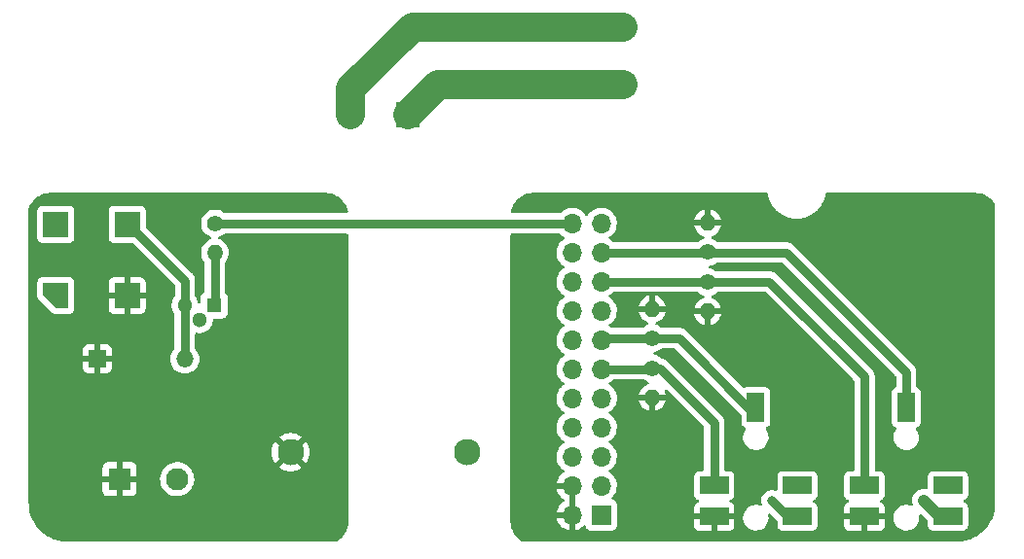
<source format=gbr>
%TF.GenerationSoftware,KiCad,Pcbnew,(6.0.8)*%
%TF.CreationDate,2022-11-26T11:41:08-06:00*%
%TF.ProjectId,tt-relay-board,74742d72-656c-4617-992d-626f6172642e,rev?*%
%TF.SameCoordinates,Original*%
%TF.FileFunction,Copper,L1,Top*%
%TF.FilePolarity,Positive*%
%FSLAX46Y46*%
G04 Gerber Fmt 4.6, Leading zero omitted, Abs format (unit mm)*
G04 Created by KiCad (PCBNEW (6.0.8)) date 2022-11-26 11:41:08*
%MOMM*%
%LPD*%
G01*
G04 APERTURE LIST*
G04 Aperture macros list*
%AMFreePoly0*
4,1,6,1.100000,-1.100000,-1.100000,-1.100000,-1.100000,0.000000,0.000000,1.100000,1.100000,1.100000,1.100000,-1.100000,1.100000,-1.100000,$1*%
G04 Aperture macros list end*
%TA.AperFunction,ComponentPad*%
%ADD10R,1.500000X1.500000*%
%TD*%
%TA.AperFunction,ComponentPad*%
%ADD11O,1.500000X1.500000*%
%TD*%
%TA.AperFunction,SMDPad,CuDef*%
%ADD12R,2.500000X1.500000*%
%TD*%
%TA.AperFunction,SMDPad,CuDef*%
%ADD13R,1.500000X2.500000*%
%TD*%
%TA.AperFunction,ComponentPad*%
%ADD14C,1.400000*%
%TD*%
%TA.AperFunction,ComponentPad*%
%ADD15O,1.400000X1.400000*%
%TD*%
%TA.AperFunction,SMDPad,CuDef*%
%ADD16FreePoly0,90.000000*%
%TD*%
%TA.AperFunction,SMDPad,CuDef*%
%ADD17R,2.200000X2.200000*%
%TD*%
%TA.AperFunction,ComponentPad*%
%ADD18R,1.950000X1.950000*%
%TD*%
%TA.AperFunction,ComponentPad*%
%ADD19C,1.950000*%
%TD*%
%TA.AperFunction,ComponentPad*%
%ADD20R,1.300000X1.300000*%
%TD*%
%TA.AperFunction,ComponentPad*%
%ADD21C,1.300000*%
%TD*%
%TA.AperFunction,ComponentPad*%
%ADD22R,2.000000X2.300000*%
%TD*%
%TA.AperFunction,ComponentPad*%
%ADD23C,2.300000*%
%TD*%
%TA.AperFunction,ComponentPad*%
%ADD24R,1.700000X1.700000*%
%TD*%
%TA.AperFunction,ComponentPad*%
%ADD25O,1.700000X1.700000*%
%TD*%
%TA.AperFunction,ViaPad*%
%ADD26C,0.800000*%
%TD*%
%TA.AperFunction,Conductor*%
%ADD27C,0.750000*%
%TD*%
%TA.AperFunction,Conductor*%
%ADD28C,2.500000*%
%TD*%
%TA.AperFunction,Conductor*%
%ADD29C,0.762000*%
%TD*%
%TA.AperFunction,Conductor*%
%ADD30C,1.000000*%
%TD*%
G04 APERTURE END LIST*
D10*
%TO.P,D1,1,K*%
%TO.N,+5V*%
X48382000Y-85196000D03*
D11*
%TO.P,D1,2,A*%
%TO.N,Net-(D1-Pad2)*%
X56002000Y-85196000D03*
%TD*%
D12*
%TO.P,J8,1,S*%
%TO.N,+3V3*%
X102039000Y-98927000D03*
D13*
%TO.P,J8,2,T*%
%TO.N,IO35*%
X105664000Y-89427000D03*
D12*
%TO.P,J8,3,R1*%
%TO.N,IO32*%
X102039000Y-96227000D03*
%TO.P,J8,4,R2*%
%TO.N,GND*%
X109289000Y-98927000D03*
%TO.P,J8,5,R1N*%
%TO.N,unconnected-(J8-Pad5)*%
X109289000Y-96227000D03*
%TD*%
D14*
%TO.P,R4,1*%
%TO.N,IO26*%
X101473000Y-75896000D03*
D15*
%TO.P,R4,2*%
%TO.N,+3V3*%
X101473000Y-73356000D03*
%TD*%
D16*
%TO.P,LS1,1,NC*%
%TO.N,unconnected-(LS1-Pad1)*%
X44779000Y-79681000D03*
D17*
%TO.P,LS1,2,NC*%
%TO.N,unconnected-(LS1-Pad2)*%
X44779000Y-73481000D03*
%TO.P,LS1,3,+*%
%TO.N,+5V*%
X50979000Y-79681000D03*
%TO.P,LS1,4,-*%
%TO.N,Net-(D1-Pad2)*%
X50979000Y-73481000D03*
%TD*%
D18*
%TO.P,J1,1,Pin_1*%
%TO.N,LINE*%
X94113000Y-61301000D03*
D19*
%TO.P,J1,2,Pin_2*%
%TO.N,NEUT*%
X94113000Y-56301000D03*
%TD*%
D20*
%TO.P,Q1,1,B*%
%TO.N,Net-(Q1-Pad1)*%
X58547000Y-80518000D03*
D21*
%TO.P,Q1,2,E*%
%TO.N,GND*%
X57277000Y-81788000D03*
%TO.P,Q1,3,C*%
%TO.N,Net-(D1-Pad2)*%
X56007000Y-80518000D03*
%TD*%
D22*
%TO.P,PS1,1,AC/L*%
%TO.N,LINE*%
X75398000Y-63923500D03*
D23*
%TO.P,PS1,2,AC/N*%
%TO.N,NEUT*%
X70398000Y-63923500D03*
%TO.P,PS1,3,-Vout*%
%TO.N,GND*%
X80598000Y-93323500D03*
%TO.P,PS1,4,+Vout*%
%TO.N,+5V*%
X65198000Y-93323500D03*
%TD*%
D14*
%TO.P,R1,1*%
%TO.N,IO23*%
X58624000Y-73406000D03*
D15*
%TO.P,R1,2*%
%TO.N,Net-(Q1-Pad1)*%
X58624000Y-75946000D03*
%TD*%
D14*
%TO.P,R2,1*%
%TO.N,IO13*%
X101473000Y-78536000D03*
D15*
%TO.P,R2,2*%
%TO.N,+3V3*%
X101473000Y-81076000D03*
%TD*%
D14*
%TO.P,R3,1*%
%TO.N,IO32*%
X96647000Y-86029000D03*
D15*
%TO.P,R3,2*%
%TO.N,+3V3*%
X96647000Y-88569000D03*
%TD*%
D12*
%TO.P,J7,1,S*%
%TO.N,+3V3*%
X115120000Y-98927000D03*
D13*
%TO.P,J7,2,T*%
%TO.N,IO26*%
X118745000Y-89427000D03*
D12*
%TO.P,J7,3,R1*%
%TO.N,IO13*%
X115120000Y-96227000D03*
%TO.P,J7,4,R2*%
%TO.N,GND*%
X122370000Y-98927000D03*
%TO.P,J7,5,R1N*%
%TO.N,unconnected-(J7-Pad5)*%
X122370000Y-96227000D03*
%TD*%
D18*
%TO.P,J2,1,Pin_1*%
%TO.N,+5V*%
X50332000Y-95677000D03*
D19*
%TO.P,J2,2,Pin_2*%
%TO.N,GND*%
X55332000Y-95677000D03*
%TD*%
D14*
%TO.P,R5,1*%
%TO.N,IO35*%
X96647000Y-83389000D03*
D15*
%TO.P,R5,2*%
%TO.N,+3V3*%
X96647000Y-80849000D03*
%TD*%
D24*
%TO.P,J5,1,Pin_1*%
%TO.N,GND*%
X92222000Y-98781000D03*
D25*
%TO.P,J5,2,Pin_2*%
%TO.N,+3V3*%
X89682000Y-98781000D03*
%TO.P,J5,3,Pin_3*%
%TO.N,GND*%
X92222000Y-96241000D03*
%TO.P,J5,4,Pin_4*%
%TO.N,+3V3*%
X89682000Y-96241000D03*
%TO.P,J5,5,Pin_5*%
%TO.N,IO14{slash}CLK*%
X92222000Y-93701000D03*
%TO.P,J5,6,Pin_6*%
%TO.N,IO02{slash}MISO*%
X89682000Y-93701000D03*
%TO.P,J5,7,Pin_7*%
%TO.N,IO15{slash}MOSI*%
X92222000Y-91161000D03*
%TO.P,J5,8,Pin_8*%
%TO.N,IO04*%
X89682000Y-91161000D03*
%TO.P,J5,9,Pin_9*%
%TO.N,IO12*%
X92222000Y-88621000D03*
%TO.P,J5,10,Pin_10*%
%TO.N,IO33*%
X89682000Y-88621000D03*
%TO.P,J5,11,Pin_11*%
%TO.N,IO32*%
X92222000Y-86081000D03*
%TO.P,J5,12,Pin_12*%
%TO.N,unconnected-(J5-Pad12)*%
X89682000Y-86081000D03*
%TO.P,J5,13,Pin_13*%
%TO.N,IO35*%
X92222000Y-83541000D03*
%TO.P,J5,14,Pin_14*%
%TO.N,IO34*%
X89682000Y-83541000D03*
%TO.P,J5,15,Pin_15*%
%TO.N,IO39*%
X92222000Y-81001000D03*
%TO.P,J5,16,Pin_16*%
%TO.N,IO36*%
X89682000Y-81001000D03*
%TO.P,J5,17,Pin_17*%
%TO.N,IO13*%
X92222000Y-78461000D03*
%TO.P,J5,18,Pin_18*%
%TO.N,GND*%
X89682000Y-78461000D03*
%TO.P,J5,19,Pin_19*%
%TO.N,IO26*%
X92222000Y-75921000D03*
%TO.P,J5,20,Pin_20*%
%TO.N,IO27*%
X89682000Y-75921000D03*
%TO.P,J5,21,Pin_21*%
%TO.N,IO22*%
X92222000Y-73381000D03*
%TO.P,J5,22,Pin_22*%
%TO.N,IO23*%
X89682000Y-73381000D03*
%TD*%
D26*
%TO.N,GND*%
X120269000Y-97536000D03*
X107061000Y-97536000D03*
%TD*%
D27*
%TO.N,IO23*%
X58624000Y-73406000D02*
X89657000Y-73406000D01*
X89657000Y-73406000D02*
X89682000Y-73381000D01*
D28*
%TO.N,LINE*%
X94113000Y-61301000D02*
X78020500Y-61301000D01*
X78020500Y-61301000D02*
X75398000Y-63923500D01*
%TO.N,NEUT*%
X94113000Y-56301000D02*
X75779000Y-56301000D01*
X70398000Y-61682000D02*
X70398000Y-63923500D01*
X75779000Y-56301000D02*
X70398000Y-61682000D01*
D29*
%TO.N,GND*%
X108452000Y-98927000D02*
X108764000Y-98927000D01*
D30*
X120269000Y-97536000D02*
X121666000Y-98933000D01*
D29*
X107061000Y-97536000D02*
X108452000Y-98927000D01*
D30*
X121666000Y-98933000D02*
X121851000Y-98933000D01*
D27*
%TO.N,IO23*%
X89530000Y-73533000D02*
X89682000Y-73381000D01*
X58624000Y-73406000D02*
X58751000Y-73533000D01*
%TO.N,IO26*%
X92222000Y-75921000D02*
X108306000Y-75921000D01*
X118745000Y-86360000D02*
X118745000Y-89427000D01*
X108306000Y-75921000D02*
X118745000Y-86360000D01*
%TO.N,IO13*%
X92222000Y-78461000D02*
X106851000Y-78461000D01*
X106851000Y-78461000D02*
X115120000Y-86730000D01*
X115120000Y-86730000D02*
X115120000Y-96227000D01*
D29*
%TO.N,IO35*%
X96647000Y-83389000D02*
X92374000Y-83389000D01*
X98995000Y-83389000D02*
X105664000Y-90058000D01*
X92374000Y-83389000D02*
X92222000Y-83541000D01*
X96647000Y-83389000D02*
X98995000Y-83389000D01*
%TO.N,IO32*%
X97332000Y-86029000D02*
X102039000Y-90736000D01*
X96647000Y-86029000D02*
X97332000Y-86029000D01*
X92222000Y-86081000D02*
X96595000Y-86081000D01*
X96595000Y-86081000D02*
X96647000Y-86029000D01*
X102039000Y-90736000D02*
X102039000Y-96227000D01*
D27*
%TO.N,Net-(Q1-Pad1)*%
X58624000Y-75946000D02*
X58624000Y-80060000D01*
X58624000Y-80060000D02*
X58547000Y-80137000D01*
%TO.N,Net-(D1-Pad2)*%
X56007000Y-78380000D02*
X51108000Y-73481000D01*
X51108000Y-73481000D02*
X50979000Y-73481000D01*
X56002000Y-85196000D02*
X56002000Y-80142000D01*
X56007000Y-80137000D02*
X56007000Y-78380000D01*
X56002000Y-80142000D02*
X56007000Y-80137000D01*
%TD*%
%TA.AperFunction,Conductor*%
%TO.N,+5V*%
G36*
X68235487Y-70739321D02*
G01*
X68284871Y-70742853D01*
X68506650Y-70758715D01*
X68524433Y-70761272D01*
X68785658Y-70818098D01*
X68802900Y-70823160D01*
X69053393Y-70916589D01*
X69069740Y-70924055D01*
X69304375Y-71052176D01*
X69319498Y-71061895D01*
X69533510Y-71222103D01*
X69547096Y-71233876D01*
X69736124Y-71422904D01*
X69747897Y-71436490D01*
X69908105Y-71650502D01*
X69917824Y-71665625D01*
X69917825Y-71665626D01*
X70034010Y-71878402D01*
X70045945Y-71900260D01*
X70053411Y-71916607D01*
X70146839Y-72167097D01*
X70151899Y-72184329D01*
X70192229Y-72369721D01*
X70187164Y-72440532D01*
X70144617Y-72497368D01*
X70078097Y-72522179D01*
X70069108Y-72522500D01*
X59501767Y-72522500D01*
X59433646Y-72502498D01*
X59412672Y-72485595D01*
X59403776Y-72476699D01*
X59230558Y-72355411D01*
X59225580Y-72353090D01*
X59225577Y-72353088D01*
X59043892Y-72268367D01*
X59043891Y-72268366D01*
X59038910Y-72266044D01*
X59033602Y-72264622D01*
X59033600Y-72264621D01*
X58839970Y-72212738D01*
X58839968Y-72212738D01*
X58834655Y-72211314D01*
X58624000Y-72192884D01*
X58413345Y-72211314D01*
X58408032Y-72212738D01*
X58408030Y-72212738D01*
X58214400Y-72264621D01*
X58214398Y-72264622D01*
X58209090Y-72266044D01*
X58204109Y-72268366D01*
X58204108Y-72268367D01*
X58022423Y-72353088D01*
X58022420Y-72353090D01*
X58017442Y-72355411D01*
X57844224Y-72476699D01*
X57694699Y-72626224D01*
X57573411Y-72799442D01*
X57484044Y-72991090D01*
X57429314Y-73195345D01*
X57410884Y-73406000D01*
X57429314Y-73616655D01*
X57430738Y-73621968D01*
X57430738Y-73621970D01*
X57464494Y-73747947D01*
X57484044Y-73820910D01*
X57573411Y-74012558D01*
X57694699Y-74185776D01*
X57844224Y-74335301D01*
X58017442Y-74456589D01*
X58022420Y-74458910D01*
X58022423Y-74458912D01*
X58204108Y-74543633D01*
X58209090Y-74545956D01*
X58214398Y-74547378D01*
X58214400Y-74547379D01*
X58240204Y-74554293D01*
X58300827Y-74591245D01*
X58331848Y-74655106D01*
X58323420Y-74725600D01*
X58278217Y-74780347D01*
X58240204Y-74797707D01*
X58214400Y-74804621D01*
X58214398Y-74804622D01*
X58209090Y-74806044D01*
X58204109Y-74808366D01*
X58204108Y-74808367D01*
X58022423Y-74893088D01*
X58022420Y-74893090D01*
X58017442Y-74895411D01*
X57844224Y-75016699D01*
X57694699Y-75166224D01*
X57573411Y-75339442D01*
X57484044Y-75531090D01*
X57429314Y-75735345D01*
X57410884Y-75946000D01*
X57429314Y-76156655D01*
X57484044Y-76360910D01*
X57573411Y-76552558D01*
X57694699Y-76725776D01*
X57703595Y-76734672D01*
X57737621Y-76796984D01*
X57740500Y-76823767D01*
X57740500Y-79296241D01*
X57720498Y-79364362D01*
X57666842Y-79410855D01*
X57658732Y-79414222D01*
X57658699Y-79414234D01*
X57658696Y-79414236D01*
X57650295Y-79417385D01*
X57643116Y-79422765D01*
X57643113Y-79422767D01*
X57557433Y-79486981D01*
X57533739Y-79504739D01*
X57446385Y-79621295D01*
X57395255Y-79757684D01*
X57388500Y-79819866D01*
X57388500Y-80237203D01*
X57368498Y-80305324D01*
X57314842Y-80351817D01*
X57244568Y-80361921D01*
X57179988Y-80332427D01*
X57141231Y-80271405D01*
X57094754Y-80106611D01*
X57094753Y-80106609D01*
X57093186Y-80101052D01*
X57066751Y-80047446D01*
X57001570Y-79915273D01*
X56999015Y-79910092D01*
X56995559Y-79905464D01*
X56995556Y-79905459D01*
X56915542Y-79798306D01*
X56890810Y-79731757D01*
X56890500Y-79722918D01*
X56890500Y-78459450D01*
X56892051Y-78439739D01*
X56893117Y-78433009D01*
X56894149Y-78426493D01*
X56890673Y-78360162D01*
X56890500Y-78353568D01*
X56890500Y-78333694D01*
X56888423Y-78313929D01*
X56887906Y-78307354D01*
X56884776Y-78247624D01*
X56884775Y-78247620D01*
X56884430Y-78241029D01*
X56880958Y-78228071D01*
X56877355Y-78208628D01*
X56876644Y-78201866D01*
X56875954Y-78195298D01*
X56855422Y-78132106D01*
X56853556Y-78125804D01*
X56838071Y-78068015D01*
X56836362Y-78061637D01*
X56833366Y-78055758D01*
X56833363Y-78055749D01*
X56830272Y-78049683D01*
X56822708Y-78031421D01*
X56820608Y-78024957D01*
X56820605Y-78024949D01*
X56818564Y-78018669D01*
X56815262Y-78012950D01*
X56815260Y-78012945D01*
X56785346Y-77961133D01*
X56782213Y-77955363D01*
X56752047Y-77896161D01*
X56743609Y-77885741D01*
X56732411Y-77869448D01*
X56732209Y-77869097D01*
X56725704Y-77857831D01*
X56721287Y-77852925D01*
X56721283Y-77852920D01*
X56681253Y-77808462D01*
X56676969Y-77803446D01*
X56666559Y-77790591D01*
X56666556Y-77790588D01*
X56664472Y-77788014D01*
X56650427Y-77773969D01*
X56645886Y-77769184D01*
X56605856Y-77724726D01*
X56605855Y-77724725D01*
X56601434Y-77719815D01*
X56590574Y-77711925D01*
X56575546Y-77699088D01*
X52624405Y-73747947D01*
X52590379Y-73685635D01*
X52587500Y-73658852D01*
X52587500Y-72332866D01*
X52580745Y-72270684D01*
X52529615Y-72134295D01*
X52442261Y-72017739D01*
X52325705Y-71930385D01*
X52189316Y-71879255D01*
X52127134Y-71872500D01*
X49830866Y-71872500D01*
X49768684Y-71879255D01*
X49632295Y-71930385D01*
X49515739Y-72017739D01*
X49428385Y-72134295D01*
X49377255Y-72270684D01*
X49370500Y-72332866D01*
X49370500Y-74629134D01*
X49377255Y-74691316D01*
X49428385Y-74827705D01*
X49515739Y-74944261D01*
X49632295Y-75031615D01*
X49768684Y-75082745D01*
X49830866Y-75089500D01*
X51414852Y-75089500D01*
X51482973Y-75109502D01*
X51503947Y-75126405D01*
X55086595Y-78709053D01*
X55120621Y-78771365D01*
X55123500Y-78798148D01*
X55123500Y-79723606D01*
X55103498Y-79791727D01*
X55096451Y-79801610D01*
X55031238Y-79884333D01*
X55028549Y-79889444D01*
X55028547Y-79889447D01*
X54995050Y-79953115D01*
X54932100Y-80072762D01*
X54930386Y-80078283D01*
X54930384Y-80078287D01*
X54877494Y-80248623D01*
X54868961Y-80276102D01*
X54843936Y-80487544D01*
X54857861Y-80700006D01*
X54859282Y-80705602D01*
X54859283Y-80705607D01*
X54891507Y-80832486D01*
X54910272Y-80906372D01*
X54999411Y-81099731D01*
X55002744Y-81104447D01*
X55095397Y-81235548D01*
X55118500Y-81308268D01*
X55118500Y-84247523D01*
X55098498Y-84315644D01*
X55081595Y-84336618D01*
X55034251Y-84383962D01*
X54907944Y-84564347D01*
X54905621Y-84569329D01*
X54905618Y-84569334D01*
X54858415Y-84670562D01*
X54814880Y-84763924D01*
X54757885Y-84976629D01*
X54738693Y-85196000D01*
X54757885Y-85415371D01*
X54814880Y-85628076D01*
X54817205Y-85633061D01*
X54905618Y-85822666D01*
X54905621Y-85822671D01*
X54907944Y-85827653D01*
X55034251Y-86008038D01*
X55189962Y-86163749D01*
X55370346Y-86290056D01*
X55569924Y-86383120D01*
X55782629Y-86440115D01*
X56002000Y-86459307D01*
X56221371Y-86440115D01*
X56434076Y-86383120D01*
X56633654Y-86290056D01*
X56814038Y-86163749D01*
X56969749Y-86008038D01*
X57096056Y-85827653D01*
X57098379Y-85822671D01*
X57098382Y-85822666D01*
X57186795Y-85633061D01*
X57189120Y-85628076D01*
X57246115Y-85415371D01*
X57265307Y-85196000D01*
X57246115Y-84976629D01*
X57189120Y-84763924D01*
X57145585Y-84670562D01*
X57098382Y-84569334D01*
X57098379Y-84569329D01*
X57096056Y-84564347D01*
X56969749Y-84383962D01*
X56922405Y-84336618D01*
X56888379Y-84274306D01*
X56885500Y-84247523D01*
X56885500Y-83044981D01*
X56905502Y-82976860D01*
X56959158Y-82930367D01*
X57029432Y-82920263D01*
X57039307Y-82922088D01*
X57112283Y-82938600D01*
X57125138Y-82941509D01*
X57130909Y-82941736D01*
X57130911Y-82941736D01*
X57192252Y-82944146D01*
X57337891Y-82949869D01*
X57343600Y-82949041D01*
X57343604Y-82949041D01*
X57542890Y-82920145D01*
X57542894Y-82920144D01*
X57548605Y-82919316D01*
X57750223Y-82850876D01*
X57935993Y-82746840D01*
X58099693Y-82610693D01*
X58235840Y-82446993D01*
X58339876Y-82261223D01*
X58408316Y-82059605D01*
X58438869Y-81848891D01*
X58440170Y-81799202D01*
X58461948Y-81731628D01*
X58516803Y-81686556D01*
X58566127Y-81676500D01*
X59245134Y-81676500D01*
X59307316Y-81669745D01*
X59443705Y-81618615D01*
X59560261Y-81531261D01*
X59647615Y-81414705D01*
X59698745Y-81278316D01*
X59705500Y-81216134D01*
X59705500Y-79819866D01*
X59698745Y-79757684D01*
X59647615Y-79621295D01*
X59560261Y-79504739D01*
X59553081Y-79499358D01*
X59546731Y-79493008D01*
X59548870Y-79490869D01*
X59515423Y-79446145D01*
X59507500Y-79402170D01*
X59507500Y-76823767D01*
X59527502Y-76755646D01*
X59544405Y-76734672D01*
X59553301Y-76725776D01*
X59674589Y-76552558D01*
X59763956Y-76360910D01*
X59818686Y-76156655D01*
X59837116Y-75946000D01*
X59818686Y-75735345D01*
X59763956Y-75531090D01*
X59674589Y-75339442D01*
X59553301Y-75166224D01*
X59403776Y-75016699D01*
X59230558Y-74895411D01*
X59225580Y-74893090D01*
X59225577Y-74893088D01*
X59043892Y-74808367D01*
X59043891Y-74808366D01*
X59038910Y-74806044D01*
X59033602Y-74804622D01*
X59033600Y-74804621D01*
X59007796Y-74797707D01*
X58947173Y-74760755D01*
X58916152Y-74696894D01*
X58924580Y-74626400D01*
X58969783Y-74571653D01*
X59007796Y-74554293D01*
X59033600Y-74547379D01*
X59033602Y-74547378D01*
X59038910Y-74545956D01*
X59043892Y-74543633D01*
X59225577Y-74458912D01*
X59225580Y-74458910D01*
X59230558Y-74456589D01*
X59403776Y-74335301D01*
X59412672Y-74326405D01*
X59474984Y-74292379D01*
X59501767Y-74289500D01*
X70105000Y-74289500D01*
X70173121Y-74309502D01*
X70219614Y-74363158D01*
X70231000Y-74415500D01*
X70231000Y-99341499D01*
X70230679Y-99350487D01*
X70211286Y-99621645D01*
X70208728Y-99639433D01*
X70177518Y-99782905D01*
X70151903Y-99900654D01*
X70146840Y-99917900D01*
X70053411Y-100168393D01*
X70045945Y-100184740D01*
X69917824Y-100419375D01*
X69908105Y-100434498D01*
X69747897Y-100648510D01*
X69736124Y-100662096D01*
X69547096Y-100851124D01*
X69533510Y-100862897D01*
X69319498Y-101023105D01*
X69304375Y-101032824D01*
X69225145Y-101076087D01*
X69164759Y-101091500D01*
X45769367Y-101091500D01*
X45749982Y-101090000D01*
X45735149Y-101087690D01*
X45735145Y-101087690D01*
X45726276Y-101086309D01*
X45707564Y-101088756D01*
X45684634Y-101089647D01*
X45381497Y-101073760D01*
X45368383Y-101072382D01*
X45040102Y-101020387D01*
X45027202Y-101017645D01*
X44706154Y-100931621D01*
X44693618Y-100927547D01*
X44383329Y-100808438D01*
X44371280Y-100803074D01*
X44075133Y-100652180D01*
X44063712Y-100645586D01*
X43784960Y-100464563D01*
X43774290Y-100456810D01*
X43515996Y-100247648D01*
X43506195Y-100238823D01*
X43271177Y-100003805D01*
X43262352Y-99994004D01*
X43053190Y-99735710D01*
X43045437Y-99725040D01*
X42864414Y-99446288D01*
X42857820Y-99434867D01*
X42706926Y-99138720D01*
X42701562Y-99126672D01*
X42582455Y-98816390D01*
X42578379Y-98803846D01*
X42492355Y-98482798D01*
X42489613Y-98469898D01*
X42437618Y-98141617D01*
X42436240Y-98128501D01*
X42420932Y-97836416D01*
X42422506Y-97808910D01*
X42422770Y-97807341D01*
X42423576Y-97802552D01*
X42423729Y-97790000D01*
X42419773Y-97762376D01*
X42418500Y-97744514D01*
X42418500Y-96696669D01*
X48849001Y-96696669D01*
X48849371Y-96703490D01*
X48854895Y-96754352D01*
X48858521Y-96769604D01*
X48903676Y-96890054D01*
X48912214Y-96905649D01*
X48988715Y-97007724D01*
X49001276Y-97020285D01*
X49103351Y-97096786D01*
X49118946Y-97105324D01*
X49239394Y-97150478D01*
X49254649Y-97154105D01*
X49305514Y-97159631D01*
X49312328Y-97160000D01*
X50059885Y-97160000D01*
X50075124Y-97155525D01*
X50076329Y-97154135D01*
X50078000Y-97146452D01*
X50078000Y-97141884D01*
X50586000Y-97141884D01*
X50590475Y-97157123D01*
X50591865Y-97158328D01*
X50599548Y-97159999D01*
X51351669Y-97159999D01*
X51358490Y-97159629D01*
X51409352Y-97154105D01*
X51424604Y-97150479D01*
X51545054Y-97105324D01*
X51560649Y-97096786D01*
X51662724Y-97020285D01*
X51675285Y-97007724D01*
X51751786Y-96905649D01*
X51760324Y-96890054D01*
X51805478Y-96769606D01*
X51809105Y-96754351D01*
X51814631Y-96703486D01*
X51815000Y-96696672D01*
X51815000Y-95949115D01*
X51810525Y-95933876D01*
X51809135Y-95932671D01*
X51801452Y-95931000D01*
X50604115Y-95931000D01*
X50588876Y-95935475D01*
X50587671Y-95936865D01*
X50586000Y-95944548D01*
X50586000Y-97141884D01*
X50078000Y-97141884D01*
X50078000Y-95949115D01*
X50073525Y-95933876D01*
X50072135Y-95932671D01*
X50064452Y-95931000D01*
X48867116Y-95931000D01*
X48851877Y-95935475D01*
X48850672Y-95936865D01*
X48849001Y-95944548D01*
X48849001Y-96696669D01*
X42418500Y-96696669D01*
X42418500Y-95640631D01*
X53843860Y-95640631D01*
X53844157Y-95645783D01*
X53844157Y-95645787D01*
X53855558Y-95843499D01*
X53857903Y-95884171D01*
X53859040Y-95889217D01*
X53859041Y-95889223D01*
X53882107Y-95991575D01*
X53911533Y-96122147D01*
X53913475Y-96126929D01*
X53913476Y-96126933D01*
X54001367Y-96343382D01*
X54003311Y-96348169D01*
X54130772Y-96556166D01*
X54290492Y-96740553D01*
X54478183Y-96896377D01*
X54688804Y-97019453D01*
X54916698Y-97106478D01*
X54921764Y-97107509D01*
X54921765Y-97107509D01*
X55150667Y-97154080D01*
X55150671Y-97154080D01*
X55155746Y-97155113D01*
X55160922Y-97155303D01*
X55160924Y-97155303D01*
X55394363Y-97163863D01*
X55394367Y-97163863D01*
X55399527Y-97164052D01*
X55404647Y-97163396D01*
X55404649Y-97163396D01*
X55481377Y-97153567D01*
X55641494Y-97133055D01*
X55646443Y-97131570D01*
X55646449Y-97131569D01*
X55870200Y-97064440D01*
X55870199Y-97064440D01*
X55875150Y-97062955D01*
X56094219Y-96955634D01*
X56098424Y-96952634D01*
X56098430Y-96952631D01*
X56288614Y-96816974D01*
X56288616Y-96816972D01*
X56292818Y-96813975D01*
X56465614Y-96641781D01*
X56607966Y-96443677D01*
X56716050Y-96224984D01*
X56748827Y-96117105D01*
X56785462Y-95996527D01*
X56785463Y-95996521D01*
X56786966Y-95991575D01*
X56818807Y-95749717D01*
X56820584Y-95677000D01*
X56800596Y-95433876D01*
X56741167Y-95197280D01*
X56643894Y-94973568D01*
X56562893Y-94848360D01*
X56514200Y-94773091D01*
X56514198Y-94773088D01*
X56511390Y-94768748D01*
X56424354Y-94673096D01*
X56417628Y-94665704D01*
X64221151Y-94665704D01*
X64225720Y-94672235D01*
X64438736Y-94802771D01*
X64447530Y-94807252D01*
X64679492Y-94903334D01*
X64688877Y-94906383D01*
X64933017Y-94964996D01*
X64942764Y-94966539D01*
X65193070Y-94986239D01*
X65202930Y-94986239D01*
X65453236Y-94966539D01*
X65462983Y-94964996D01*
X65707123Y-94906383D01*
X65716508Y-94903334D01*
X65948470Y-94807252D01*
X65957264Y-94802771D01*
X66168875Y-94673096D01*
X66174922Y-94663830D01*
X66168915Y-94653625D01*
X65210812Y-93695522D01*
X65196868Y-93687908D01*
X65195035Y-93688039D01*
X65188420Y-93692290D01*
X64228544Y-94652166D01*
X64221151Y-94665704D01*
X56417628Y-94665704D01*
X56350690Y-94592141D01*
X56350688Y-94592140D01*
X56347212Y-94588319D01*
X56343161Y-94585120D01*
X56343157Y-94585116D01*
X56159825Y-94440329D01*
X56159821Y-94440327D01*
X56155770Y-94437127D01*
X55942205Y-94319233D01*
X55937336Y-94317509D01*
X55937332Y-94317507D01*
X55717127Y-94239528D01*
X55717123Y-94239527D01*
X55712252Y-94237802D01*
X55707159Y-94236895D01*
X55707156Y-94236894D01*
X55477177Y-94195928D01*
X55477171Y-94195927D01*
X55472088Y-94195022D01*
X55388433Y-94194000D01*
X55233332Y-94192105D01*
X55233330Y-94192105D01*
X55228162Y-94192042D01*
X54987024Y-94228941D01*
X54755150Y-94304729D01*
X54538769Y-94417370D01*
X54534636Y-94420473D01*
X54534633Y-94420475D01*
X54347825Y-94560735D01*
X54343690Y-94563840D01*
X54340118Y-94567578D01*
X54240106Y-94672235D01*
X54175153Y-94740204D01*
X54172239Y-94744476D01*
X54172238Y-94744477D01*
X54152719Y-94773091D01*
X54037684Y-94941726D01*
X53934974Y-95162995D01*
X53869783Y-95398067D01*
X53843860Y-95640631D01*
X42418500Y-95640631D01*
X42418500Y-95404885D01*
X48849000Y-95404885D01*
X48853475Y-95420124D01*
X48854865Y-95421329D01*
X48862548Y-95423000D01*
X50059885Y-95423000D01*
X50075124Y-95418525D01*
X50076329Y-95417135D01*
X50078000Y-95409452D01*
X50078000Y-95404885D01*
X50586000Y-95404885D01*
X50590475Y-95420124D01*
X50591865Y-95421329D01*
X50599548Y-95423000D01*
X51796884Y-95423000D01*
X51812123Y-95418525D01*
X51813328Y-95417135D01*
X51814999Y-95409452D01*
X51814999Y-94657331D01*
X51814629Y-94650510D01*
X51809105Y-94599648D01*
X51805479Y-94584396D01*
X51760324Y-94463946D01*
X51751786Y-94448351D01*
X51675285Y-94346276D01*
X51662724Y-94333715D01*
X51560649Y-94257214D01*
X51545054Y-94248676D01*
X51424606Y-94203522D01*
X51409351Y-94199895D01*
X51358486Y-94194369D01*
X51351672Y-94194000D01*
X50604115Y-94194000D01*
X50588876Y-94198475D01*
X50587671Y-94199865D01*
X50586000Y-94207548D01*
X50586000Y-95404885D01*
X50078000Y-95404885D01*
X50078000Y-94212116D01*
X50073525Y-94196877D01*
X50072135Y-94195672D01*
X50064452Y-94194001D01*
X49312331Y-94194001D01*
X49305510Y-94194371D01*
X49254648Y-94199895D01*
X49239396Y-94203521D01*
X49118946Y-94248676D01*
X49103351Y-94257214D01*
X49001276Y-94333715D01*
X48988715Y-94346276D01*
X48912214Y-94448351D01*
X48903676Y-94463946D01*
X48858522Y-94584394D01*
X48854895Y-94599649D01*
X48849369Y-94650514D01*
X48849000Y-94657328D01*
X48849000Y-95404885D01*
X42418500Y-95404885D01*
X42418500Y-93328430D01*
X63535261Y-93328430D01*
X63554961Y-93578736D01*
X63556504Y-93588483D01*
X63615117Y-93832623D01*
X63618166Y-93842008D01*
X63714248Y-94073970D01*
X63718729Y-94082764D01*
X63848404Y-94294375D01*
X63857670Y-94300422D01*
X63867875Y-94294415D01*
X64825978Y-93336312D01*
X64832356Y-93324632D01*
X65562408Y-93324632D01*
X65562539Y-93326465D01*
X65566790Y-93333080D01*
X66526666Y-94292956D01*
X66540204Y-94300349D01*
X66546735Y-94295780D01*
X66677271Y-94082764D01*
X66681752Y-94073970D01*
X66777834Y-93842008D01*
X66780883Y-93832623D01*
X66839496Y-93588483D01*
X66841039Y-93578736D01*
X66860739Y-93328430D01*
X66860739Y-93318570D01*
X66841039Y-93068264D01*
X66839496Y-93058517D01*
X66780883Y-92814377D01*
X66777834Y-92804992D01*
X66681752Y-92573030D01*
X66677271Y-92564236D01*
X66547596Y-92352625D01*
X66538330Y-92346578D01*
X66528125Y-92352585D01*
X65570022Y-93310688D01*
X65562408Y-93324632D01*
X64832356Y-93324632D01*
X64833592Y-93322368D01*
X64833461Y-93320535D01*
X64829210Y-93313920D01*
X63869334Y-92354044D01*
X63855796Y-92346651D01*
X63849265Y-92351220D01*
X63718729Y-92564236D01*
X63714248Y-92573030D01*
X63618166Y-92804992D01*
X63615117Y-92814377D01*
X63556504Y-93058517D01*
X63554961Y-93068264D01*
X63535261Y-93318570D01*
X63535261Y-93328430D01*
X42418500Y-93328430D01*
X42418500Y-91983170D01*
X64221078Y-91983170D01*
X64227085Y-91993375D01*
X65185188Y-92951478D01*
X65199132Y-92959092D01*
X65200965Y-92958961D01*
X65207580Y-92954710D01*
X66167456Y-91994834D01*
X66174849Y-91981296D01*
X66170280Y-91974765D01*
X65957264Y-91844229D01*
X65948470Y-91839748D01*
X65716508Y-91743666D01*
X65707123Y-91740617D01*
X65462983Y-91682004D01*
X65453236Y-91680461D01*
X65202930Y-91660761D01*
X65193070Y-91660761D01*
X64942764Y-91680461D01*
X64933017Y-91682004D01*
X64688877Y-91740617D01*
X64679492Y-91743666D01*
X64447530Y-91839748D01*
X64438736Y-91844229D01*
X64227125Y-91973904D01*
X64221078Y-91983170D01*
X42418500Y-91983170D01*
X42418500Y-85990669D01*
X47124001Y-85990669D01*
X47124371Y-85997490D01*
X47129895Y-86048352D01*
X47133521Y-86063604D01*
X47178676Y-86184054D01*
X47187214Y-86199649D01*
X47263715Y-86301724D01*
X47276276Y-86314285D01*
X47378351Y-86390786D01*
X47393946Y-86399324D01*
X47514394Y-86444478D01*
X47529649Y-86448105D01*
X47580514Y-86453631D01*
X47587328Y-86454000D01*
X48109885Y-86454000D01*
X48125124Y-86449525D01*
X48126329Y-86448135D01*
X48128000Y-86440452D01*
X48128000Y-86435884D01*
X48636000Y-86435884D01*
X48640475Y-86451123D01*
X48641865Y-86452328D01*
X48649548Y-86453999D01*
X49176669Y-86453999D01*
X49183490Y-86453629D01*
X49234352Y-86448105D01*
X49249604Y-86444479D01*
X49370054Y-86399324D01*
X49385649Y-86390786D01*
X49487724Y-86314285D01*
X49500285Y-86301724D01*
X49576786Y-86199649D01*
X49585324Y-86184054D01*
X49630478Y-86063606D01*
X49634105Y-86048351D01*
X49639631Y-85997486D01*
X49640000Y-85990672D01*
X49640000Y-85468115D01*
X49635525Y-85452876D01*
X49634135Y-85451671D01*
X49626452Y-85450000D01*
X48654115Y-85450000D01*
X48638876Y-85454475D01*
X48637671Y-85455865D01*
X48636000Y-85463548D01*
X48636000Y-86435884D01*
X48128000Y-86435884D01*
X48128000Y-85468115D01*
X48123525Y-85452876D01*
X48122135Y-85451671D01*
X48114452Y-85450000D01*
X47142116Y-85450000D01*
X47126877Y-85454475D01*
X47125672Y-85455865D01*
X47124001Y-85463548D01*
X47124001Y-85990669D01*
X42418500Y-85990669D01*
X42418500Y-84923885D01*
X47124000Y-84923885D01*
X47128475Y-84939124D01*
X47129865Y-84940329D01*
X47137548Y-84942000D01*
X48109885Y-84942000D01*
X48125124Y-84937525D01*
X48126329Y-84936135D01*
X48128000Y-84928452D01*
X48128000Y-84923885D01*
X48636000Y-84923885D01*
X48640475Y-84939124D01*
X48641865Y-84940329D01*
X48649548Y-84942000D01*
X49621884Y-84942000D01*
X49637123Y-84937525D01*
X49638328Y-84936135D01*
X49639999Y-84928452D01*
X49639999Y-84401331D01*
X49639629Y-84394510D01*
X49634105Y-84343648D01*
X49630479Y-84328396D01*
X49585324Y-84207946D01*
X49576786Y-84192351D01*
X49500285Y-84090276D01*
X49487724Y-84077715D01*
X49385649Y-84001214D01*
X49370054Y-83992676D01*
X49249606Y-83947522D01*
X49234351Y-83943895D01*
X49183486Y-83938369D01*
X49176672Y-83938000D01*
X48654115Y-83938000D01*
X48638876Y-83942475D01*
X48637671Y-83943865D01*
X48636000Y-83951548D01*
X48636000Y-84923885D01*
X48128000Y-84923885D01*
X48128000Y-83956116D01*
X48123525Y-83940877D01*
X48122135Y-83939672D01*
X48114452Y-83938001D01*
X47587331Y-83938001D01*
X47580510Y-83938371D01*
X47529648Y-83943895D01*
X47514396Y-83947521D01*
X47393946Y-83992676D01*
X47378351Y-84001214D01*
X47276276Y-84077715D01*
X47263715Y-84090276D01*
X47187214Y-84192351D01*
X47178676Y-84207946D01*
X47133522Y-84328394D01*
X47129895Y-84343649D01*
X47124369Y-84394514D01*
X47124000Y-84401328D01*
X47124000Y-84923885D01*
X42418500Y-84923885D01*
X42418500Y-79681000D01*
X43165271Y-79681000D01*
X43177011Y-79790201D01*
X43228111Y-79927204D01*
X43233510Y-79934416D01*
X43233511Y-79934418D01*
X43313041Y-80040657D01*
X43315739Y-80044261D01*
X44415739Y-81144261D01*
X44418364Y-81146376D01*
X44418368Y-81146380D01*
X44446748Y-81169250D01*
X44501257Y-81213176D01*
X44508426Y-81216450D01*
X44528869Y-81225786D01*
X44634266Y-81273919D01*
X44779000Y-81294729D01*
X45879000Y-81294729D01*
X45910986Y-81292441D01*
X45945373Y-81289982D01*
X45945374Y-81289982D01*
X45952111Y-81289500D01*
X46031618Y-81266155D01*
X46083765Y-81250843D01*
X46083767Y-81250842D01*
X46092411Y-81248304D01*
X46154767Y-81208230D01*
X46207841Y-81174122D01*
X46207844Y-81174120D01*
X46215421Y-81169250D01*
X46243605Y-81136724D01*
X46305274Y-81065555D01*
X46305276Y-81065552D01*
X46311176Y-81058743D01*
X46371919Y-80925734D01*
X46386306Y-80825669D01*
X49371001Y-80825669D01*
X49371371Y-80832490D01*
X49376895Y-80883352D01*
X49380521Y-80898604D01*
X49425676Y-81019054D01*
X49434214Y-81034649D01*
X49510715Y-81136724D01*
X49523276Y-81149285D01*
X49625351Y-81225786D01*
X49640946Y-81234324D01*
X49761394Y-81279478D01*
X49776649Y-81283105D01*
X49827514Y-81288631D01*
X49834328Y-81289000D01*
X50706885Y-81289000D01*
X50722124Y-81284525D01*
X50723329Y-81283135D01*
X50725000Y-81275452D01*
X50725000Y-81270884D01*
X51233000Y-81270884D01*
X51237475Y-81286123D01*
X51238865Y-81287328D01*
X51246548Y-81288999D01*
X52123669Y-81288999D01*
X52130490Y-81288629D01*
X52181352Y-81283105D01*
X52196604Y-81279479D01*
X52317054Y-81234324D01*
X52332649Y-81225786D01*
X52434724Y-81149285D01*
X52447285Y-81136724D01*
X52523786Y-81034649D01*
X52532324Y-81019054D01*
X52577478Y-80898606D01*
X52581105Y-80883351D01*
X52586631Y-80832486D01*
X52587000Y-80825672D01*
X52587000Y-79953115D01*
X52582525Y-79937876D01*
X52581135Y-79936671D01*
X52573452Y-79935000D01*
X51251115Y-79935000D01*
X51235876Y-79939475D01*
X51234671Y-79940865D01*
X51233000Y-79948548D01*
X51233000Y-81270884D01*
X50725000Y-81270884D01*
X50725000Y-79953115D01*
X50720525Y-79937876D01*
X50719135Y-79936671D01*
X50711452Y-79935000D01*
X49389116Y-79935000D01*
X49373877Y-79939475D01*
X49372672Y-79940865D01*
X49371001Y-79948548D01*
X49371001Y-80825669D01*
X46386306Y-80825669D01*
X46392729Y-80781000D01*
X46392729Y-79408885D01*
X49371000Y-79408885D01*
X49375475Y-79424124D01*
X49376865Y-79425329D01*
X49384548Y-79427000D01*
X50706885Y-79427000D01*
X50722124Y-79422525D01*
X50723329Y-79421135D01*
X50725000Y-79413452D01*
X50725000Y-79408885D01*
X51233000Y-79408885D01*
X51237475Y-79424124D01*
X51238865Y-79425329D01*
X51246548Y-79427000D01*
X52568884Y-79427000D01*
X52584123Y-79422525D01*
X52585328Y-79421135D01*
X52586999Y-79413452D01*
X52586999Y-78536331D01*
X52586629Y-78529510D01*
X52581105Y-78478648D01*
X52577479Y-78463396D01*
X52532324Y-78342946D01*
X52523786Y-78327351D01*
X52447285Y-78225276D01*
X52434724Y-78212715D01*
X52332649Y-78136214D01*
X52317054Y-78127676D01*
X52196606Y-78082522D01*
X52181351Y-78078895D01*
X52130486Y-78073369D01*
X52123672Y-78073000D01*
X51251115Y-78073000D01*
X51235876Y-78077475D01*
X51234671Y-78078865D01*
X51233000Y-78086548D01*
X51233000Y-79408885D01*
X50725000Y-79408885D01*
X50725000Y-78091116D01*
X50720525Y-78075877D01*
X50719135Y-78074672D01*
X50711452Y-78073001D01*
X49834331Y-78073001D01*
X49827510Y-78073371D01*
X49776648Y-78078895D01*
X49761396Y-78082521D01*
X49640946Y-78127676D01*
X49625351Y-78136214D01*
X49523276Y-78212715D01*
X49510715Y-78225276D01*
X49434214Y-78327351D01*
X49425676Y-78342946D01*
X49380522Y-78463394D01*
X49376895Y-78478649D01*
X49371369Y-78529514D01*
X49371000Y-78536328D01*
X49371000Y-79408885D01*
X46392729Y-79408885D01*
X46392729Y-78581000D01*
X46387500Y-78507889D01*
X46346304Y-78367589D01*
X46304960Y-78303257D01*
X46272122Y-78252159D01*
X46272120Y-78252156D01*
X46267250Y-78244579D01*
X46230477Y-78212715D01*
X46163555Y-78154726D01*
X46163552Y-78154724D01*
X46156743Y-78148824D01*
X46023734Y-78088081D01*
X45879000Y-78067271D01*
X43679000Y-78067271D01*
X43670024Y-78067913D01*
X43612627Y-78072018D01*
X43612626Y-78072018D01*
X43605889Y-78072500D01*
X43526382Y-78095845D01*
X43474235Y-78111157D01*
X43474233Y-78111158D01*
X43465589Y-78113696D01*
X43430550Y-78136214D01*
X43350159Y-78187878D01*
X43350156Y-78187880D01*
X43342579Y-78192750D01*
X43336678Y-78199560D01*
X43252726Y-78296445D01*
X43252724Y-78296448D01*
X43246824Y-78303257D01*
X43186081Y-78436266D01*
X43165271Y-78581000D01*
X43165271Y-79681000D01*
X42418500Y-79681000D01*
X42418500Y-74629134D01*
X43170500Y-74629134D01*
X43177255Y-74691316D01*
X43228385Y-74827705D01*
X43315739Y-74944261D01*
X43432295Y-75031615D01*
X43568684Y-75082745D01*
X43630866Y-75089500D01*
X45927134Y-75089500D01*
X45989316Y-75082745D01*
X46125705Y-75031615D01*
X46242261Y-74944261D01*
X46329615Y-74827705D01*
X46380745Y-74691316D01*
X46387500Y-74629134D01*
X46387500Y-72332866D01*
X46380745Y-72270684D01*
X46329615Y-72134295D01*
X46242261Y-72017739D01*
X46125705Y-71930385D01*
X45989316Y-71879255D01*
X45927134Y-71872500D01*
X43630866Y-71872500D01*
X43568684Y-71879255D01*
X43432295Y-71930385D01*
X43315739Y-72017739D01*
X43228385Y-72134295D01*
X43177255Y-72270684D01*
X43170500Y-72332866D01*
X43170500Y-74629134D01*
X42418500Y-74629134D01*
X42418500Y-72073635D01*
X42426445Y-72029602D01*
X42468589Y-71916611D01*
X42476056Y-71900259D01*
X42604175Y-71665626D01*
X42613895Y-71650502D01*
X42774103Y-71436490D01*
X42785876Y-71422904D01*
X42974904Y-71233876D01*
X42988490Y-71222103D01*
X43202502Y-71061895D01*
X43217625Y-71052176D01*
X43452260Y-70924055D01*
X43468607Y-70916589D01*
X43719100Y-70823160D01*
X43736342Y-70818098D01*
X43997567Y-70761272D01*
X44015350Y-70758715D01*
X44237129Y-70742853D01*
X44286513Y-70739321D01*
X44295501Y-70739000D01*
X68226499Y-70739000D01*
X68235487Y-70739321D01*
G37*
%TD.AperFunction*%
%TD*%
%TA.AperFunction,Conductor*%
%TO.N,+3V3*%
G36*
X106680687Y-70759002D02*
G01*
X106727180Y-70812658D01*
X106737572Y-70849208D01*
X106751060Y-70955975D01*
X106829557Y-71261702D01*
X106831010Y-71265371D01*
X106831010Y-71265372D01*
X106898761Y-71436490D01*
X106945753Y-71555179D01*
X106947659Y-71558647D01*
X106947660Y-71558648D01*
X107083227Y-71805241D01*
X107097816Y-71831779D01*
X107283346Y-72087140D01*
X107429803Y-72243101D01*
X107486542Y-72303521D01*
X107499418Y-72317233D01*
X107742625Y-72518432D01*
X108009131Y-72687562D01*
X108012710Y-72689246D01*
X108012717Y-72689250D01*
X108291144Y-72820267D01*
X108291148Y-72820269D01*
X108294734Y-72821956D01*
X108594928Y-72919495D01*
X108904980Y-72978641D01*
X109141162Y-72993500D01*
X109298838Y-72993500D01*
X109535020Y-72978641D01*
X109845072Y-72919495D01*
X110145266Y-72821956D01*
X110148852Y-72820269D01*
X110148856Y-72820267D01*
X110427283Y-72689250D01*
X110427290Y-72689246D01*
X110430869Y-72687562D01*
X110697375Y-72518432D01*
X110940582Y-72317233D01*
X110953459Y-72303521D01*
X111010197Y-72243101D01*
X111156654Y-72087140D01*
X111342184Y-71831779D01*
X111356774Y-71805241D01*
X111492340Y-71558648D01*
X111492341Y-71558647D01*
X111494247Y-71555179D01*
X111541240Y-71436490D01*
X111608990Y-71265372D01*
X111608990Y-71265371D01*
X111610443Y-71261702D01*
X111688940Y-70955975D01*
X111702428Y-70849208D01*
X111730810Y-70784131D01*
X111789870Y-70744730D01*
X111827434Y-70739000D01*
X124741499Y-70739000D01*
X124750487Y-70739321D01*
X124799871Y-70742853D01*
X125021650Y-70758715D01*
X125039433Y-70761272D01*
X125300658Y-70818098D01*
X125317900Y-70823160D01*
X125568393Y-70916589D01*
X125584740Y-70924055D01*
X125819375Y-71052176D01*
X125834498Y-71061895D01*
X126048510Y-71222103D01*
X126062096Y-71233876D01*
X126251124Y-71422904D01*
X126262897Y-71436490D01*
X126423105Y-71650502D01*
X126432824Y-71665625D01*
X126476087Y-71744855D01*
X126491500Y-71805241D01*
X126491500Y-97740633D01*
X126490000Y-97760018D01*
X126487690Y-97774851D01*
X126487690Y-97774855D01*
X126486309Y-97783724D01*
X126488756Y-97802433D01*
X126489647Y-97825366D01*
X126473760Y-98128501D01*
X126472382Y-98141617D01*
X126420387Y-98469898D01*
X126417645Y-98482798D01*
X126368968Y-98664466D01*
X126331621Y-98803846D01*
X126327547Y-98816382D01*
X126243628Y-99035000D01*
X126208438Y-99126672D01*
X126203074Y-99138720D01*
X126052180Y-99434867D01*
X126045586Y-99446288D01*
X125864563Y-99725040D01*
X125856810Y-99735710D01*
X125647648Y-99994004D01*
X125638823Y-100003805D01*
X125403805Y-100238823D01*
X125394004Y-100247648D01*
X125135710Y-100456810D01*
X125125040Y-100464563D01*
X124846288Y-100645586D01*
X124834867Y-100652180D01*
X124538720Y-100803074D01*
X124526671Y-100808438D01*
X124216382Y-100927547D01*
X124203846Y-100931621D01*
X123882798Y-101017645D01*
X123869898Y-101020387D01*
X123541617Y-101072382D01*
X123528501Y-101073760D01*
X123494848Y-101075524D01*
X123232702Y-101089262D01*
X123206727Y-101087935D01*
X123205157Y-101087691D01*
X123205151Y-101087691D01*
X123196276Y-101086309D01*
X123187374Y-101087473D01*
X123187372Y-101087473D01*
X123172323Y-101089441D01*
X123164714Y-101090436D01*
X123148379Y-101091500D01*
X85394241Y-101091500D01*
X85333855Y-101076087D01*
X85254625Y-101032824D01*
X85239502Y-101023105D01*
X85025490Y-100862897D01*
X85011904Y-100851124D01*
X84822876Y-100662096D01*
X84811103Y-100648510D01*
X84650895Y-100434498D01*
X84641176Y-100419375D01*
X84513197Y-100185000D01*
X84513054Y-100184738D01*
X84505589Y-100168393D01*
X84412160Y-99917900D01*
X84407097Y-99900654D01*
X84406245Y-99896736D01*
X84350272Y-99639433D01*
X84347714Y-99621645D01*
X84345430Y-99589699D01*
X84328321Y-99350487D01*
X84328000Y-99341499D01*
X84328000Y-99048966D01*
X88350257Y-99048966D01*
X88380565Y-99183446D01*
X88383645Y-99193275D01*
X88463770Y-99390603D01*
X88468413Y-99399794D01*
X88579694Y-99581388D01*
X88585777Y-99589699D01*
X88725213Y-99750667D01*
X88732580Y-99757883D01*
X88896434Y-99893916D01*
X88904881Y-99899831D01*
X89088756Y-100007279D01*
X89098042Y-100011729D01*
X89297001Y-100087703D01*
X89306899Y-100090579D01*
X89410250Y-100111606D01*
X89424299Y-100110410D01*
X89428000Y-100100065D01*
X89428000Y-99053115D01*
X89423525Y-99037876D01*
X89422135Y-99036671D01*
X89414452Y-99035000D01*
X88365225Y-99035000D01*
X88351694Y-99038973D01*
X88350257Y-99048966D01*
X84328000Y-99048966D01*
X84328000Y-98515183D01*
X88346389Y-98515183D01*
X88347912Y-98523607D01*
X88360292Y-98527000D01*
X89409885Y-98527000D01*
X89425124Y-98522525D01*
X89426329Y-98521135D01*
X89428000Y-98513452D01*
X89428000Y-96513115D01*
X89423525Y-96497876D01*
X89422135Y-96496671D01*
X89414452Y-96495000D01*
X88365225Y-96495000D01*
X88351694Y-96498973D01*
X88350257Y-96508966D01*
X88380565Y-96643446D01*
X88383645Y-96653275D01*
X88463770Y-96850603D01*
X88468413Y-96859794D01*
X88579694Y-97041388D01*
X88585777Y-97049699D01*
X88725213Y-97210667D01*
X88732580Y-97217883D01*
X88896434Y-97353916D01*
X88904881Y-97359831D01*
X88974479Y-97400501D01*
X89023203Y-97452140D01*
X89036274Y-97521923D01*
X89009543Y-97587694D01*
X88969087Y-97621053D01*
X88960462Y-97625542D01*
X88951738Y-97631036D01*
X88781433Y-97758905D01*
X88773726Y-97765748D01*
X88626590Y-97919717D01*
X88620104Y-97927727D01*
X88500098Y-98103649D01*
X88495000Y-98112623D01*
X88405338Y-98305783D01*
X88401775Y-98315470D01*
X88346389Y-98515183D01*
X84328000Y-98515183D01*
X84328000Y-74415500D01*
X84348002Y-74347379D01*
X84401658Y-74300886D01*
X84454000Y-74289500D01*
X88614011Y-74289500D01*
X88682132Y-74309502D01*
X88709248Y-74333002D01*
X88724864Y-74351030D01*
X88724869Y-74351035D01*
X88728250Y-74354938D01*
X88900126Y-74497632D01*
X88911082Y-74504034D01*
X88973445Y-74540476D01*
X89022169Y-74592114D01*
X89035240Y-74661897D01*
X89008509Y-74727669D01*
X88968055Y-74761027D01*
X88955607Y-74767507D01*
X88951474Y-74770610D01*
X88951471Y-74770612D01*
X88927247Y-74788800D01*
X88776965Y-74901635D01*
X88773393Y-74905373D01*
X88634568Y-75050645D01*
X88622629Y-75063138D01*
X88619720Y-75067403D01*
X88619714Y-75067411D01*
X88534556Y-75192249D01*
X88496743Y-75247680D01*
X88402688Y-75450305D01*
X88342989Y-75665570D01*
X88319251Y-75887695D01*
X88332110Y-76110715D01*
X88333247Y-76115761D01*
X88333248Y-76115767D01*
X88357304Y-76222508D01*
X88381222Y-76328639D01*
X88465266Y-76535616D01*
X88516942Y-76619944D01*
X88579291Y-76721688D01*
X88581987Y-76726088D01*
X88728250Y-76894938D01*
X88900126Y-77037632D01*
X88970595Y-77078811D01*
X88973445Y-77080476D01*
X89022169Y-77132114D01*
X89035240Y-77201897D01*
X89008509Y-77267669D01*
X88968055Y-77301027D01*
X88955607Y-77307507D01*
X88951474Y-77310610D01*
X88951471Y-77310612D01*
X88781100Y-77438530D01*
X88776965Y-77441635D01*
X88773393Y-77445373D01*
X88634568Y-77590645D01*
X88622629Y-77603138D01*
X88619720Y-77607403D01*
X88619714Y-77607411D01*
X88534556Y-77732249D01*
X88496743Y-77787680D01*
X88402688Y-77990305D01*
X88342989Y-78205570D01*
X88319251Y-78427695D01*
X88332110Y-78650715D01*
X88333247Y-78655761D01*
X88333248Y-78655767D01*
X88357304Y-78762508D01*
X88381222Y-78868639D01*
X88465266Y-79075616D01*
X88516942Y-79159944D01*
X88579291Y-79261688D01*
X88581987Y-79266088D01*
X88728250Y-79434938D01*
X88900126Y-79577632D01*
X88970595Y-79618811D01*
X88973445Y-79620476D01*
X89022169Y-79672114D01*
X89035240Y-79741897D01*
X89008509Y-79807669D01*
X88968055Y-79841027D01*
X88955607Y-79847507D01*
X88951474Y-79850610D01*
X88951471Y-79850612D01*
X88833961Y-79938841D01*
X88776965Y-79981635D01*
X88622629Y-80143138D01*
X88496743Y-80327680D01*
X88481003Y-80361590D01*
X88428510Y-80474677D01*
X88402688Y-80530305D01*
X88342989Y-80745570D01*
X88319251Y-80967695D01*
X88319548Y-80972848D01*
X88319548Y-80972851D01*
X88327774Y-81115522D01*
X88332110Y-81190715D01*
X88333247Y-81195761D01*
X88333248Y-81195767D01*
X88347369Y-81258423D01*
X88381222Y-81408639D01*
X88465266Y-81615616D01*
X88503080Y-81677323D01*
X88579291Y-81801688D01*
X88581987Y-81806088D01*
X88728250Y-81974938D01*
X88900126Y-82117632D01*
X88937780Y-82139635D01*
X88973445Y-82160476D01*
X89022169Y-82212114D01*
X89035240Y-82281897D01*
X89008509Y-82347669D01*
X88968055Y-82381027D01*
X88955607Y-82387507D01*
X88951474Y-82390610D01*
X88951471Y-82390612D01*
X88784221Y-82516187D01*
X88776965Y-82521635D01*
X88773393Y-82525373D01*
X88639566Y-82665415D01*
X88622629Y-82683138D01*
X88619720Y-82687403D01*
X88619714Y-82687411D01*
X88583015Y-82741210D01*
X88496743Y-82867680D01*
X88402688Y-83070305D01*
X88342989Y-83285570D01*
X88319251Y-83507695D01*
X88332110Y-83730715D01*
X88333247Y-83735761D01*
X88333248Y-83735767D01*
X88357304Y-83842508D01*
X88381222Y-83948639D01*
X88465266Y-84155616D01*
X88516942Y-84239944D01*
X88579291Y-84341688D01*
X88581987Y-84346088D01*
X88728250Y-84514938D01*
X88900126Y-84657632D01*
X88970595Y-84698811D01*
X88973445Y-84700476D01*
X89022169Y-84752114D01*
X89035240Y-84821897D01*
X89008509Y-84887669D01*
X88968055Y-84921027D01*
X88955607Y-84927507D01*
X88951474Y-84930610D01*
X88951471Y-84930612D01*
X88927247Y-84948800D01*
X88776965Y-85061635D01*
X88622629Y-85223138D01*
X88619720Y-85227403D01*
X88619714Y-85227411D01*
X88581760Y-85283050D01*
X88496743Y-85407680D01*
X88402688Y-85610305D01*
X88342989Y-85825570D01*
X88319251Y-86047695D01*
X88319548Y-86052848D01*
X88319548Y-86052851D01*
X88328814Y-86213548D01*
X88332110Y-86270715D01*
X88333247Y-86275761D01*
X88333248Y-86275767D01*
X88346276Y-86333574D01*
X88381222Y-86488639D01*
X88465266Y-86695616D01*
X88510788Y-86769902D01*
X88579291Y-86881688D01*
X88581987Y-86886088D01*
X88728250Y-87054938D01*
X88900126Y-87197632D01*
X88928999Y-87214504D01*
X88973445Y-87240476D01*
X89022169Y-87292114D01*
X89035240Y-87361897D01*
X89008509Y-87427669D01*
X88968055Y-87461027D01*
X88955607Y-87467507D01*
X88951474Y-87470610D01*
X88951471Y-87470612D01*
X88783647Y-87596618D01*
X88776965Y-87601635D01*
X88773393Y-87605373D01*
X88672232Y-87711232D01*
X88622629Y-87763138D01*
X88496743Y-87947680D01*
X88481003Y-87981590D01*
X88412640Y-88128866D01*
X88402688Y-88150305D01*
X88342989Y-88365570D01*
X88319251Y-88587695D01*
X88319548Y-88592848D01*
X88319548Y-88592851D01*
X88325011Y-88687590D01*
X88332110Y-88810715D01*
X88333247Y-88815761D01*
X88333248Y-88815767D01*
X88338961Y-88841115D01*
X88381222Y-89028639D01*
X88465266Y-89235616D01*
X88516019Y-89318438D01*
X88579291Y-89421688D01*
X88581987Y-89426088D01*
X88728250Y-89594938D01*
X88900126Y-89737632D01*
X88970595Y-89778811D01*
X88973445Y-89780476D01*
X89022169Y-89832114D01*
X89035240Y-89901897D01*
X89008509Y-89967669D01*
X88968055Y-90001027D01*
X88955607Y-90007507D01*
X88951474Y-90010610D01*
X88951471Y-90010612D01*
X88782263Y-90137657D01*
X88776965Y-90141635D01*
X88622629Y-90303138D01*
X88496743Y-90487680D01*
X88467795Y-90550044D01*
X88412367Y-90669454D01*
X88402688Y-90690305D01*
X88342989Y-90905570D01*
X88319251Y-91127695D01*
X88319548Y-91132848D01*
X88319548Y-91132851D01*
X88325011Y-91227590D01*
X88332110Y-91350715D01*
X88333247Y-91355761D01*
X88333248Y-91355767D01*
X88339961Y-91385553D01*
X88381222Y-91568639D01*
X88465266Y-91775616D01*
X88516019Y-91858438D01*
X88579291Y-91961688D01*
X88581987Y-91966088D01*
X88728250Y-92134938D01*
X88900126Y-92277632D01*
X88912379Y-92284792D01*
X88973445Y-92320476D01*
X89022169Y-92372114D01*
X89035240Y-92441897D01*
X89008509Y-92507669D01*
X88968055Y-92541027D01*
X88955607Y-92547507D01*
X88951474Y-92550610D01*
X88951471Y-92550612D01*
X88781100Y-92678530D01*
X88776965Y-92681635D01*
X88622629Y-92843138D01*
X88496743Y-93027680D01*
X88402688Y-93230305D01*
X88342989Y-93445570D01*
X88319251Y-93667695D01*
X88319548Y-93672848D01*
X88319548Y-93672851D01*
X88325011Y-93767590D01*
X88332110Y-93890715D01*
X88333247Y-93895761D01*
X88333248Y-93895767D01*
X88353119Y-93983939D01*
X88381222Y-94108639D01*
X88465266Y-94315616D01*
X88516019Y-94398438D01*
X88579291Y-94501688D01*
X88581987Y-94506088D01*
X88728250Y-94674938D01*
X88900126Y-94817632D01*
X88942683Y-94842500D01*
X88973955Y-94860774D01*
X89022679Y-94912412D01*
X89035750Y-94982195D01*
X89009019Y-95047967D01*
X88968562Y-95081327D01*
X88960457Y-95085546D01*
X88951738Y-95091036D01*
X88781433Y-95218905D01*
X88773726Y-95225748D01*
X88626590Y-95379717D01*
X88620104Y-95387727D01*
X88500098Y-95563649D01*
X88495000Y-95572623D01*
X88405338Y-95765783D01*
X88401775Y-95775470D01*
X88346389Y-95975183D01*
X88347912Y-95983607D01*
X88360292Y-95987000D01*
X89810000Y-95987000D01*
X89878121Y-96007002D01*
X89924614Y-96060658D01*
X89936000Y-96113000D01*
X89936000Y-100099517D01*
X89940064Y-100113359D01*
X89953478Y-100115393D01*
X89960184Y-100114534D01*
X89970262Y-100112392D01*
X90174255Y-100051191D01*
X90183842Y-100047433D01*
X90375095Y-99953739D01*
X90383945Y-99948464D01*
X90557328Y-99824792D01*
X90565193Y-99818145D01*
X90669897Y-99713805D01*
X90732268Y-99679889D01*
X90803075Y-99685077D01*
X90859837Y-99727723D01*
X90876819Y-99758826D01*
X90904774Y-99833396D01*
X90921385Y-99877705D01*
X91008739Y-99994261D01*
X91125295Y-100081615D01*
X91261684Y-100132745D01*
X91323866Y-100139500D01*
X93120134Y-100139500D01*
X93182316Y-100132745D01*
X93318705Y-100081615D01*
X93435261Y-99994261D01*
X93522615Y-99877705D01*
X93573745Y-99741316D01*
X93575879Y-99721669D01*
X100281001Y-99721669D01*
X100281371Y-99728490D01*
X100286895Y-99779352D01*
X100290521Y-99794604D01*
X100335676Y-99915054D01*
X100344214Y-99930649D01*
X100420715Y-100032724D01*
X100433276Y-100045285D01*
X100535351Y-100121786D01*
X100550946Y-100130324D01*
X100671394Y-100175478D01*
X100686649Y-100179105D01*
X100737514Y-100184631D01*
X100744328Y-100185000D01*
X101766885Y-100185000D01*
X101782124Y-100180525D01*
X101783329Y-100179135D01*
X101785000Y-100171452D01*
X101785000Y-100166884D01*
X102293000Y-100166884D01*
X102297475Y-100182123D01*
X102298865Y-100183328D01*
X102306548Y-100184999D01*
X103333669Y-100184999D01*
X103340490Y-100184629D01*
X103391352Y-100179105D01*
X103406604Y-100175479D01*
X103527054Y-100130324D01*
X103542649Y-100121786D01*
X103644724Y-100045285D01*
X103657285Y-100032724D01*
X103733786Y-99930649D01*
X103742324Y-99915054D01*
X103787478Y-99794606D01*
X103791105Y-99779351D01*
X103796631Y-99728486D01*
X103797000Y-99721672D01*
X103797000Y-99199115D01*
X103792525Y-99183876D01*
X103791135Y-99182671D01*
X103783452Y-99181000D01*
X102311115Y-99181000D01*
X102295876Y-99185475D01*
X102294671Y-99186865D01*
X102293000Y-99194548D01*
X102293000Y-100166884D01*
X101785000Y-100166884D01*
X101785000Y-99199115D01*
X101780525Y-99183876D01*
X101779135Y-99182671D01*
X101771452Y-99181000D01*
X100299116Y-99181000D01*
X100283877Y-99185475D01*
X100282672Y-99186865D01*
X100281001Y-99194548D01*
X100281001Y-99721669D01*
X93575879Y-99721669D01*
X93580500Y-99679134D01*
X93580500Y-98972604D01*
X104551787Y-98972604D01*
X104561567Y-99183899D01*
X104562971Y-99189724D01*
X104562971Y-99189725D01*
X104601715Y-99350487D01*
X104611125Y-99389534D01*
X104613607Y-99394992D01*
X104613608Y-99394996D01*
X104657053Y-99490546D01*
X104698674Y-99582087D01*
X104767514Y-99679134D01*
X104807647Y-99735710D01*
X104821054Y-99754611D01*
X104973850Y-99900881D01*
X105151548Y-100015620D01*
X105157114Y-100017863D01*
X105342168Y-100092442D01*
X105342171Y-100092443D01*
X105347737Y-100094686D01*
X105555337Y-100135228D01*
X105560899Y-100135500D01*
X105716846Y-100135500D01*
X105874566Y-100120452D01*
X106077534Y-100060908D01*
X106096401Y-100051191D01*
X106260249Y-99966804D01*
X106260252Y-99966802D01*
X106265580Y-99964058D01*
X106431920Y-99833396D01*
X106435852Y-99828865D01*
X106435855Y-99828862D01*
X106566621Y-99678167D01*
X106570552Y-99673637D01*
X106573552Y-99668451D01*
X106573555Y-99668447D01*
X106673467Y-99495742D01*
X106676473Y-99490546D01*
X106745861Y-99290729D01*
X106746722Y-99284792D01*
X106775352Y-99087336D01*
X106775352Y-99087333D01*
X106776213Y-99081396D01*
X106766433Y-98870101D01*
X106753567Y-98816713D01*
X106757052Y-98745802D01*
X106798322Y-98688033D01*
X106864273Y-98661746D01*
X106933966Y-98675287D01*
X106965155Y-98698098D01*
X107493595Y-99226538D01*
X107527621Y-99288850D01*
X107530500Y-99315633D01*
X107530500Y-99725134D01*
X107537255Y-99787316D01*
X107588385Y-99923705D01*
X107675739Y-100040261D01*
X107792295Y-100127615D01*
X107928684Y-100178745D01*
X107990866Y-100185500D01*
X110587134Y-100185500D01*
X110649316Y-100178745D01*
X110785705Y-100127615D01*
X110902261Y-100040261D01*
X110989615Y-99923705D01*
X111040745Y-99787316D01*
X111047500Y-99725134D01*
X111047500Y-99721669D01*
X113362001Y-99721669D01*
X113362371Y-99728490D01*
X113367895Y-99779352D01*
X113371521Y-99794604D01*
X113416676Y-99915054D01*
X113425214Y-99930649D01*
X113501715Y-100032724D01*
X113514276Y-100045285D01*
X113616351Y-100121786D01*
X113631946Y-100130324D01*
X113752394Y-100175478D01*
X113767649Y-100179105D01*
X113818514Y-100184631D01*
X113825328Y-100185000D01*
X114847885Y-100185000D01*
X114863124Y-100180525D01*
X114864329Y-100179135D01*
X114866000Y-100171452D01*
X114866000Y-100166884D01*
X115374000Y-100166884D01*
X115378475Y-100182123D01*
X115379865Y-100183328D01*
X115387548Y-100184999D01*
X116414669Y-100184999D01*
X116421490Y-100184629D01*
X116472352Y-100179105D01*
X116487604Y-100175479D01*
X116608054Y-100130324D01*
X116623649Y-100121786D01*
X116725724Y-100045285D01*
X116738285Y-100032724D01*
X116814786Y-99930649D01*
X116823324Y-99915054D01*
X116868478Y-99794606D01*
X116872105Y-99779351D01*
X116877631Y-99728486D01*
X116878000Y-99721672D01*
X116878000Y-99199115D01*
X116873525Y-99183876D01*
X116872135Y-99182671D01*
X116864452Y-99181000D01*
X115392115Y-99181000D01*
X115376876Y-99185475D01*
X115375671Y-99186865D01*
X115374000Y-99194548D01*
X115374000Y-100166884D01*
X114866000Y-100166884D01*
X114866000Y-99199115D01*
X114861525Y-99183876D01*
X114860135Y-99182671D01*
X114852452Y-99181000D01*
X113380116Y-99181000D01*
X113364877Y-99185475D01*
X113363672Y-99186865D01*
X113362001Y-99194548D01*
X113362001Y-99721669D01*
X111047500Y-99721669D01*
X111047500Y-98972604D01*
X117632787Y-98972604D01*
X117642567Y-99183899D01*
X117643971Y-99189724D01*
X117643971Y-99189725D01*
X117682715Y-99350487D01*
X117692125Y-99389534D01*
X117694607Y-99394992D01*
X117694608Y-99394996D01*
X117738053Y-99490546D01*
X117779674Y-99582087D01*
X117848514Y-99679134D01*
X117888647Y-99735710D01*
X117902054Y-99754611D01*
X118054850Y-99900881D01*
X118232548Y-100015620D01*
X118238114Y-100017863D01*
X118423168Y-100092442D01*
X118423171Y-100092443D01*
X118428737Y-100094686D01*
X118636337Y-100135228D01*
X118641899Y-100135500D01*
X118797846Y-100135500D01*
X118955566Y-100120452D01*
X119158534Y-100060908D01*
X119177401Y-100051191D01*
X119341249Y-99966804D01*
X119341252Y-99966802D01*
X119346580Y-99964058D01*
X119512920Y-99833396D01*
X119516852Y-99828865D01*
X119516855Y-99828862D01*
X119647621Y-99678167D01*
X119651552Y-99673637D01*
X119654552Y-99668451D01*
X119654555Y-99668447D01*
X119754467Y-99495742D01*
X119757473Y-99490546D01*
X119826861Y-99290729D01*
X119827722Y-99284792D01*
X119856352Y-99087336D01*
X119856352Y-99087333D01*
X119857213Y-99081396D01*
X119847433Y-98870101D01*
X119846028Y-98864270D01*
X119845311Y-98859229D01*
X119855516Y-98788970D01*
X119902087Y-98735381D01*
X119970237Y-98715478D01*
X120038328Y-98735579D01*
X120059146Y-98752381D01*
X120064373Y-98757607D01*
X120574595Y-99267829D01*
X120608621Y-99330141D01*
X120611500Y-99356924D01*
X120611500Y-99725134D01*
X120618255Y-99787316D01*
X120669385Y-99923705D01*
X120756739Y-100040261D01*
X120873295Y-100127615D01*
X121009684Y-100178745D01*
X121071866Y-100185500D01*
X123668134Y-100185500D01*
X123730316Y-100178745D01*
X123866705Y-100127615D01*
X123983261Y-100040261D01*
X124070615Y-99923705D01*
X124121745Y-99787316D01*
X124128500Y-99725134D01*
X124128500Y-98128866D01*
X124121745Y-98066684D01*
X124070615Y-97930295D01*
X123983261Y-97813739D01*
X123866705Y-97726385D01*
X123782938Y-97694982D01*
X123726174Y-97652340D01*
X123701474Y-97585779D01*
X123716681Y-97516430D01*
X123766967Y-97466312D01*
X123782938Y-97459018D01*
X123858297Y-97430767D01*
X123866705Y-97427615D01*
X123983261Y-97340261D01*
X124070615Y-97223705D01*
X124121745Y-97087316D01*
X124128500Y-97025134D01*
X124128500Y-95428866D01*
X124121745Y-95366684D01*
X124070615Y-95230295D01*
X123983261Y-95113739D01*
X123866705Y-95026385D01*
X123730316Y-94975255D01*
X123668134Y-94968500D01*
X121071866Y-94968500D01*
X121009684Y-94975255D01*
X120873295Y-95026385D01*
X120756739Y-95113739D01*
X120669385Y-95230295D01*
X120618255Y-95366684D01*
X120611500Y-95428866D01*
X120611500Y-96417957D01*
X120591498Y-96486078D01*
X120537842Y-96532571D01*
X120469523Y-96540439D01*
X120469302Y-96542613D01*
X120278666Y-96523248D01*
X120278661Y-96523248D01*
X120272538Y-96522626D01*
X120148475Y-96534354D01*
X120081771Y-96540659D01*
X120081769Y-96540659D01*
X120075638Y-96541239D01*
X119980871Y-96569490D01*
X119892007Y-96595981D01*
X119892005Y-96595982D01*
X119886104Y-96597741D01*
X119711154Y-96689982D01*
X119706368Y-96693858D01*
X119706366Y-96693859D01*
X119631921Y-96754144D01*
X119557453Y-96814447D01*
X119553508Y-96819182D01*
X119450283Y-96943077D01*
X119430854Y-96966396D01*
X119336178Y-97140041D01*
X119277035Y-97328768D01*
X119276370Y-97334891D01*
X119276369Y-97334895D01*
X119256649Y-97516430D01*
X119255676Y-97525388D01*
X119272913Y-97722413D01*
X119274632Y-97728330D01*
X119274633Y-97728335D01*
X119292036Y-97788234D01*
X119301636Y-97821276D01*
X119306620Y-97838432D01*
X119306417Y-97909428D01*
X119267863Y-97969044D01*
X119203199Y-97998353D01*
X119138527Y-97990452D01*
X119061263Y-97959314D01*
X118853663Y-97918772D01*
X118848101Y-97918500D01*
X118692154Y-97918500D01*
X118534434Y-97933548D01*
X118331466Y-97993092D01*
X118326139Y-97995836D01*
X118326138Y-97995836D01*
X118148751Y-98087196D01*
X118148748Y-98087198D01*
X118143420Y-98089942D01*
X117977080Y-98220604D01*
X117973148Y-98225135D01*
X117973145Y-98225138D01*
X117903165Y-98305783D01*
X117838448Y-98380363D01*
X117835448Y-98385549D01*
X117835445Y-98385553D01*
X117757009Y-98521135D01*
X117732527Y-98563454D01*
X117663139Y-98763271D01*
X117662278Y-98769206D01*
X117662278Y-98769208D01*
X117649226Y-98859229D01*
X117632787Y-98972604D01*
X111047500Y-98972604D01*
X111047500Y-98128866D01*
X111040745Y-98066684D01*
X110989615Y-97930295D01*
X110902261Y-97813739D01*
X110785705Y-97726385D01*
X110701938Y-97694982D01*
X110645174Y-97652340D01*
X110620474Y-97585779D01*
X110635681Y-97516430D01*
X110685967Y-97466312D01*
X110701938Y-97459018D01*
X110777297Y-97430767D01*
X110785705Y-97427615D01*
X110902261Y-97340261D01*
X110989615Y-97223705D01*
X111040745Y-97087316D01*
X111047500Y-97025134D01*
X111047500Y-95428866D01*
X111040745Y-95366684D01*
X110989615Y-95230295D01*
X110902261Y-95113739D01*
X110785705Y-95026385D01*
X110649316Y-94975255D01*
X110587134Y-94968500D01*
X107990866Y-94968500D01*
X107928684Y-94975255D01*
X107792295Y-95026385D01*
X107675739Y-95113739D01*
X107588385Y-95230295D01*
X107537255Y-95366684D01*
X107530500Y-95428866D01*
X107530500Y-96556535D01*
X107510498Y-96624656D01*
X107456842Y-96671149D01*
X107386568Y-96681253D01*
X107353249Y-96671641D01*
X107349319Y-96669891D01*
X107349318Y-96669891D01*
X107343288Y-96667206D01*
X107231507Y-96643446D01*
X107162944Y-96628872D01*
X107162939Y-96628872D01*
X107156487Y-96627500D01*
X106965513Y-96627500D01*
X106959061Y-96628872D01*
X106959056Y-96628872D01*
X106890493Y-96643446D01*
X106778712Y-96667206D01*
X106772682Y-96669891D01*
X106772681Y-96669891D01*
X106610278Y-96742197D01*
X106610276Y-96742198D01*
X106604248Y-96744882D01*
X106449747Y-96857134D01*
X106445326Y-96862044D01*
X106445325Y-96862045D01*
X106376541Y-96938438D01*
X106321960Y-96999056D01*
X106294806Y-97046088D01*
X106247623Y-97127812D01*
X106226473Y-97164444D01*
X106167458Y-97346072D01*
X106166768Y-97352633D01*
X106166768Y-97352635D01*
X106157946Y-97436571D01*
X106147496Y-97536000D01*
X106148186Y-97542565D01*
X106164234Y-97695249D01*
X106167458Y-97725928D01*
X106199519Y-97824601D01*
X106201547Y-97895566D01*
X106164885Y-97956364D01*
X106101173Y-97987689D01*
X106032589Y-97980402D01*
X105980263Y-97959314D01*
X105772663Y-97918772D01*
X105767101Y-97918500D01*
X105611154Y-97918500D01*
X105453434Y-97933548D01*
X105250466Y-97993092D01*
X105245139Y-97995836D01*
X105245138Y-97995836D01*
X105067751Y-98087196D01*
X105067748Y-98087198D01*
X105062420Y-98089942D01*
X104896080Y-98220604D01*
X104892148Y-98225135D01*
X104892145Y-98225138D01*
X104822165Y-98305783D01*
X104757448Y-98380363D01*
X104754448Y-98385549D01*
X104754445Y-98385553D01*
X104676009Y-98521135D01*
X104651527Y-98563454D01*
X104582139Y-98763271D01*
X104581278Y-98769206D01*
X104581278Y-98769208D01*
X104568226Y-98859229D01*
X104551787Y-98972604D01*
X93580500Y-98972604D01*
X93580500Y-97882866D01*
X93573745Y-97820684D01*
X93522615Y-97684295D01*
X93435261Y-97567739D01*
X93318705Y-97480385D01*
X93281878Y-97466579D01*
X93200203Y-97435960D01*
X93143439Y-97393318D01*
X93118739Y-97326756D01*
X93133947Y-97257408D01*
X93155493Y-97228727D01*
X93238587Y-97145923D01*
X93260096Y-97124489D01*
X93292453Y-97079460D01*
X93387435Y-96947277D01*
X93390453Y-96943077D01*
X93403995Y-96915678D01*
X93487136Y-96747453D01*
X93487137Y-96747451D01*
X93489430Y-96742811D01*
X93550255Y-96542613D01*
X93552865Y-96534023D01*
X93552865Y-96534021D01*
X93554370Y-96529069D01*
X93583529Y-96307590D01*
X93585156Y-96241000D01*
X93566852Y-96018361D01*
X93512431Y-95801702D01*
X93423354Y-95596840D01*
X93383906Y-95535862D01*
X93304822Y-95413617D01*
X93304820Y-95413614D01*
X93302014Y-95409277D01*
X93151670Y-95244051D01*
X93147619Y-95240852D01*
X93147615Y-95240848D01*
X92980414Y-95108800D01*
X92980410Y-95108798D01*
X92976359Y-95105598D01*
X92935053Y-95082796D01*
X92885084Y-95032364D01*
X92870312Y-94962921D01*
X92895428Y-94896516D01*
X92922780Y-94869909D01*
X92966603Y-94838650D01*
X93101860Y-94742173D01*
X93260096Y-94584489D01*
X93319594Y-94501689D01*
X93387435Y-94407277D01*
X93390453Y-94403077D01*
X93411320Y-94360857D01*
X93487136Y-94207453D01*
X93487137Y-94207451D01*
X93489430Y-94202811D01*
X93554370Y-93989069D01*
X93583529Y-93767590D01*
X93585156Y-93701000D01*
X93566852Y-93478361D01*
X93512431Y-93261702D01*
X93423354Y-93056840D01*
X93302014Y-92869277D01*
X93151670Y-92704051D01*
X93147619Y-92700852D01*
X93147615Y-92700848D01*
X92980414Y-92568800D01*
X92980410Y-92568798D01*
X92976359Y-92565598D01*
X92935053Y-92542796D01*
X92885084Y-92492364D01*
X92870312Y-92422921D01*
X92895428Y-92356516D01*
X92922780Y-92329909D01*
X92986032Y-92284792D01*
X93101860Y-92202173D01*
X93260096Y-92044489D01*
X93319594Y-91961689D01*
X93387435Y-91867277D01*
X93390453Y-91863077D01*
X93411320Y-91820857D01*
X93487136Y-91667453D01*
X93487137Y-91667451D01*
X93489430Y-91662811D01*
X93545772Y-91477368D01*
X93552865Y-91454023D01*
X93552865Y-91454021D01*
X93554370Y-91449069D01*
X93583529Y-91227590D01*
X93584346Y-91194160D01*
X93585074Y-91164365D01*
X93585074Y-91164361D01*
X93585156Y-91161000D01*
X93566852Y-90938361D01*
X93512431Y-90721702D01*
X93423354Y-90516840D01*
X93383906Y-90455862D01*
X93304822Y-90333617D01*
X93304820Y-90333614D01*
X93302014Y-90329277D01*
X93151670Y-90164051D01*
X93147619Y-90160852D01*
X93147615Y-90160848D01*
X92980414Y-90028800D01*
X92980410Y-90028798D01*
X92976359Y-90025598D01*
X92935053Y-90002796D01*
X92885084Y-89952364D01*
X92870312Y-89882921D01*
X92895428Y-89816516D01*
X92922780Y-89789909D01*
X92983595Y-89746530D01*
X93101860Y-89662173D01*
X93142697Y-89621479D01*
X93256435Y-89508137D01*
X93260096Y-89504489D01*
X93267620Y-89494019D01*
X93387435Y-89327277D01*
X93390453Y-89323077D01*
X93411320Y-89280857D01*
X93487136Y-89127453D01*
X93487137Y-89127451D01*
X93489430Y-89122811D01*
X93554370Y-88909069D01*
X93564053Y-88835522D01*
X95467801Y-88835522D01*
X95506092Y-88978423D01*
X95509842Y-88988727D01*
X95594521Y-89170323D01*
X95599998Y-89179811D01*
X95714925Y-89343942D01*
X95721981Y-89352350D01*
X95863650Y-89494019D01*
X95872058Y-89501075D01*
X96036189Y-89616002D01*
X96045677Y-89621479D01*
X96227273Y-89706158D01*
X96237577Y-89709908D01*
X96375503Y-89746866D01*
X96389599Y-89746530D01*
X96393000Y-89738588D01*
X96393000Y-89733439D01*
X96901000Y-89733439D01*
X96904973Y-89746970D01*
X96913522Y-89748199D01*
X97056423Y-89709908D01*
X97066727Y-89706158D01*
X97248323Y-89621479D01*
X97257811Y-89616002D01*
X97421942Y-89501075D01*
X97430350Y-89494019D01*
X97572019Y-89352350D01*
X97579075Y-89343942D01*
X97694002Y-89179811D01*
X97699479Y-89170323D01*
X97784158Y-88988727D01*
X97787908Y-88978423D01*
X97824866Y-88840497D01*
X97824530Y-88826401D01*
X97816588Y-88823000D01*
X96919115Y-88823000D01*
X96903876Y-88827475D01*
X96902671Y-88828865D01*
X96901000Y-88836548D01*
X96901000Y-89733439D01*
X96393000Y-89733439D01*
X96393000Y-88841115D01*
X96388525Y-88825876D01*
X96387135Y-88824671D01*
X96379452Y-88823000D01*
X95482561Y-88823000D01*
X95469030Y-88826973D01*
X95467801Y-88835522D01*
X93564053Y-88835522D01*
X93583529Y-88687590D01*
X93585156Y-88621000D01*
X93566852Y-88398361D01*
X93512431Y-88181702D01*
X93423354Y-87976840D01*
X93344200Y-87854486D01*
X93304822Y-87793617D01*
X93304820Y-87793614D01*
X93302014Y-87789277D01*
X93151670Y-87624051D01*
X93147619Y-87620852D01*
X93147615Y-87620848D01*
X92980414Y-87488800D01*
X92980410Y-87488798D01*
X92976359Y-87485598D01*
X92935053Y-87462796D01*
X92885084Y-87412364D01*
X92870312Y-87342921D01*
X92895428Y-87276516D01*
X92922780Y-87249909D01*
X92972416Y-87214504D01*
X93101860Y-87122173D01*
X93217187Y-87007249D01*
X93279558Y-86973333D01*
X93306126Y-86970500D01*
X95844919Y-86970500D01*
X95917190Y-86993287D01*
X96040442Y-87079589D01*
X96045420Y-87081910D01*
X96045423Y-87081912D01*
X96187467Y-87148148D01*
X96232090Y-87168956D01*
X96237397Y-87170378D01*
X96237408Y-87170382D01*
X96264171Y-87177553D01*
X96324793Y-87214504D01*
X96355815Y-87278365D01*
X96347386Y-87348860D01*
X96302182Y-87403606D01*
X96264170Y-87420966D01*
X96237574Y-87428092D01*
X96227277Y-87431841D01*
X96045677Y-87516521D01*
X96036189Y-87521998D01*
X95872058Y-87636925D01*
X95863650Y-87643981D01*
X95721981Y-87785650D01*
X95714925Y-87794058D01*
X95599998Y-87958189D01*
X95594521Y-87967677D01*
X95509842Y-88149273D01*
X95506092Y-88159577D01*
X95469134Y-88297503D01*
X95469470Y-88311599D01*
X95477412Y-88315000D01*
X97811439Y-88315000D01*
X97824970Y-88311027D01*
X97826199Y-88302478D01*
X97787908Y-88159577D01*
X97784158Y-88149273D01*
X97727769Y-88028346D01*
X97717108Y-87958155D01*
X97746088Y-87893342D01*
X97805508Y-87854486D01*
X97876503Y-87853923D01*
X97931059Y-87886002D01*
X101112595Y-91067538D01*
X101146621Y-91129850D01*
X101149500Y-91156633D01*
X101149500Y-94842500D01*
X101129498Y-94910621D01*
X101075842Y-94957114D01*
X101023500Y-94968500D01*
X100740866Y-94968500D01*
X100678684Y-94975255D01*
X100542295Y-95026385D01*
X100425739Y-95113739D01*
X100338385Y-95230295D01*
X100287255Y-95366684D01*
X100280500Y-95428866D01*
X100280500Y-97025134D01*
X100287255Y-97087316D01*
X100338385Y-97223705D01*
X100425739Y-97340261D01*
X100542295Y-97427615D01*
X100550703Y-97430767D01*
X100626774Y-97459285D01*
X100683538Y-97501927D01*
X100708238Y-97568488D01*
X100693030Y-97637837D01*
X100642744Y-97687955D01*
X100626774Y-97695249D01*
X100550946Y-97723676D01*
X100535351Y-97732214D01*
X100433276Y-97808715D01*
X100420715Y-97821276D01*
X100344214Y-97923351D01*
X100335676Y-97938946D01*
X100290522Y-98059394D01*
X100286895Y-98074649D01*
X100281369Y-98125514D01*
X100281000Y-98132328D01*
X100281000Y-98654885D01*
X100285475Y-98670124D01*
X100286865Y-98671329D01*
X100294548Y-98673000D01*
X103778884Y-98673000D01*
X103794123Y-98668525D01*
X103795328Y-98667135D01*
X103796999Y-98659452D01*
X103796999Y-98132331D01*
X103796629Y-98125510D01*
X103791105Y-98074648D01*
X103787479Y-98059396D01*
X103742324Y-97938946D01*
X103733786Y-97923351D01*
X103657285Y-97821276D01*
X103644724Y-97808715D01*
X103542649Y-97732214D01*
X103527054Y-97723676D01*
X103451226Y-97695249D01*
X103394462Y-97652607D01*
X103369762Y-97586046D01*
X103384970Y-97516697D01*
X103435256Y-97466579D01*
X103451226Y-97459285D01*
X103527297Y-97430767D01*
X103535705Y-97427615D01*
X103652261Y-97340261D01*
X103739615Y-97223705D01*
X103790745Y-97087316D01*
X103797500Y-97025134D01*
X103797500Y-95428866D01*
X103790745Y-95366684D01*
X103739615Y-95230295D01*
X103652261Y-95113739D01*
X103535705Y-95026385D01*
X103399316Y-94975255D01*
X103337134Y-94968500D01*
X103054500Y-94968500D01*
X102986379Y-94948498D01*
X102939886Y-94894842D01*
X102928500Y-94842500D01*
X102928500Y-90815925D01*
X102930051Y-90796214D01*
X102931142Y-90789327D01*
X102931142Y-90789325D01*
X102932174Y-90782810D01*
X102928673Y-90716008D01*
X102928500Y-90709414D01*
X102928500Y-90689380D01*
X102926406Y-90669454D01*
X102925889Y-90662880D01*
X102922734Y-90602681D01*
X102922734Y-90602678D01*
X102922388Y-90596085D01*
X102918876Y-90582977D01*
X102915275Y-90563544D01*
X102914546Y-90556614D01*
X102914545Y-90556610D01*
X102913855Y-90550044D01*
X102893178Y-90486408D01*
X102891307Y-90480091D01*
X102873994Y-90415475D01*
X102867834Y-90403385D01*
X102860269Y-90385121D01*
X102858119Y-90378504D01*
X102858117Y-90378499D01*
X102856075Y-90372215D01*
X102822624Y-90314276D01*
X102819478Y-90308481D01*
X102792106Y-90254762D01*
X102792104Y-90254759D01*
X102789106Y-90248875D01*
X102784948Y-90243740D01*
X102780567Y-90238329D01*
X102769372Y-90222041D01*
X102762585Y-90210285D01*
X102717827Y-90160576D01*
X102713543Y-90155561D01*
X102703012Y-90142556D01*
X102703009Y-90142552D01*
X102700937Y-90139994D01*
X102686790Y-90125847D01*
X102682249Y-90121063D01*
X102641885Y-90076234D01*
X102641883Y-90076233D01*
X102637470Y-90071331D01*
X102626482Y-90063348D01*
X102611454Y-90050511D01*
X98017489Y-85456546D01*
X98004652Y-85441518D01*
X97996669Y-85430530D01*
X97946937Y-85385751D01*
X97942153Y-85381210D01*
X97928006Y-85367063D01*
X97912446Y-85354463D01*
X97907425Y-85350175D01*
X97862619Y-85309830D01*
X97862615Y-85309827D01*
X97857715Y-85305415D01*
X97852005Y-85302119D01*
X97852002Y-85302116D01*
X97845955Y-85298625D01*
X97829670Y-85287432D01*
X97819125Y-85278893D01*
X97759520Y-85248523D01*
X97753724Y-85245376D01*
X97747975Y-85242057D01*
X97695785Y-85211925D01*
X97682875Y-85207730D01*
X97664616Y-85200167D01*
X97652524Y-85194006D01*
X97587906Y-85176691D01*
X97581582Y-85174818D01*
X97524239Y-85156186D01*
X97524235Y-85156185D01*
X97517956Y-85154145D01*
X97511387Y-85153455D01*
X97508711Y-85152886D01*
X97445811Y-85118734D01*
X97426776Y-85099699D01*
X97253558Y-84978411D01*
X97248580Y-84976090D01*
X97248577Y-84976088D01*
X97066892Y-84891367D01*
X97066891Y-84891366D01*
X97061910Y-84889044D01*
X97056602Y-84887622D01*
X97056600Y-84887621D01*
X96862970Y-84835738D01*
X96862968Y-84835738D01*
X96857655Y-84834314D01*
X96852175Y-84833835D01*
X96847930Y-84833086D01*
X96784318Y-84801558D01*
X96747849Y-84740643D01*
X96750102Y-84669682D01*
X96790362Y-84611205D01*
X96847930Y-84584914D01*
X96852175Y-84584165D01*
X96857655Y-84583686D01*
X96862968Y-84582262D01*
X96862970Y-84582262D01*
X97056600Y-84530379D01*
X97056602Y-84530378D01*
X97061910Y-84528956D01*
X97091972Y-84514938D01*
X97248577Y-84441912D01*
X97248580Y-84441910D01*
X97253558Y-84439589D01*
X97426776Y-84318301D01*
X97430672Y-84314405D01*
X97434879Y-84310875D01*
X97435850Y-84312032D01*
X97491984Y-84281379D01*
X97518767Y-84278500D01*
X98574367Y-84278500D01*
X98642488Y-84298502D01*
X98663462Y-84315405D01*
X104368595Y-90020538D01*
X104402621Y-90082850D01*
X104405500Y-90109633D01*
X104405500Y-90725134D01*
X104412255Y-90787316D01*
X104463385Y-90923705D01*
X104550739Y-91040261D01*
X104667295Y-91127615D01*
X104675703Y-91130767D01*
X104731056Y-91151518D01*
X104787820Y-91194160D01*
X104812520Y-91260721D01*
X104797313Y-91330070D01*
X104781995Y-91352075D01*
X104757448Y-91380363D01*
X104754448Y-91385549D01*
X104754445Y-91385553D01*
X104707312Y-91467026D01*
X104651527Y-91563454D01*
X104582139Y-91763271D01*
X104581278Y-91769206D01*
X104581278Y-91769208D01*
X104553370Y-91961689D01*
X104551787Y-91972604D01*
X104561567Y-92183899D01*
X104562971Y-92189724D01*
X104562971Y-92189725D01*
X104603168Y-92356516D01*
X104611125Y-92389534D01*
X104613607Y-92394992D01*
X104613608Y-92394996D01*
X104657053Y-92490546D01*
X104698674Y-92582087D01*
X104821054Y-92754611D01*
X104973850Y-92900881D01*
X105151548Y-93015620D01*
X105181473Y-93027680D01*
X105342168Y-93092442D01*
X105342171Y-93092443D01*
X105347737Y-93094686D01*
X105555337Y-93135228D01*
X105560899Y-93135500D01*
X105716846Y-93135500D01*
X105874566Y-93120452D01*
X106077534Y-93060908D01*
X106107216Y-93045621D01*
X106260249Y-92966804D01*
X106260252Y-92966802D01*
X106265580Y-92964058D01*
X106431920Y-92833396D01*
X106435852Y-92828865D01*
X106435855Y-92828862D01*
X106566621Y-92678167D01*
X106570552Y-92673637D01*
X106573552Y-92668451D01*
X106573555Y-92668447D01*
X106673467Y-92495742D01*
X106676473Y-92490546D01*
X106745861Y-92290729D01*
X106748239Y-92274327D01*
X106775352Y-92087336D01*
X106775352Y-92087333D01*
X106776213Y-92081396D01*
X106766433Y-91870101D01*
X106716875Y-91664466D01*
X106673525Y-91569122D01*
X106631806Y-91477368D01*
X106629326Y-91471913D01*
X106537655Y-91342680D01*
X106514557Y-91275547D01*
X106531421Y-91206582D01*
X106582893Y-91157683D01*
X106596195Y-91151799D01*
X106652297Y-91130767D01*
X106660705Y-91127615D01*
X106777261Y-91040261D01*
X106864615Y-90923705D01*
X106915745Y-90787316D01*
X106922500Y-90725134D01*
X106922500Y-88128866D01*
X106915745Y-88066684D01*
X106864615Y-87930295D01*
X106777261Y-87813739D01*
X106660705Y-87726385D01*
X106524316Y-87675255D01*
X106462134Y-87668500D01*
X104865866Y-87668500D01*
X104803684Y-87675255D01*
X104687274Y-87718895D01*
X104616469Y-87724078D01*
X104553951Y-87690008D01*
X99680489Y-82816546D01*
X99667652Y-82801518D01*
X99659669Y-82790530D01*
X99609937Y-82745751D01*
X99605153Y-82741210D01*
X99591006Y-82727063D01*
X99575446Y-82714463D01*
X99570425Y-82710175D01*
X99565186Y-82705457D01*
X99536248Y-82679401D01*
X99525619Y-82669830D01*
X99525615Y-82669827D01*
X99520715Y-82665415D01*
X99515005Y-82662119D01*
X99515002Y-82662116D01*
X99508955Y-82658625D01*
X99492670Y-82647432D01*
X99482125Y-82638893D01*
X99422520Y-82608523D01*
X99416724Y-82605376D01*
X99410975Y-82602057D01*
X99358785Y-82571925D01*
X99345875Y-82567730D01*
X99327616Y-82560167D01*
X99315524Y-82554006D01*
X99250906Y-82536691D01*
X99244582Y-82534818D01*
X99235981Y-82532023D01*
X99180956Y-82514145D01*
X99174389Y-82513455D01*
X99174385Y-82513454D01*
X99168712Y-82512858D01*
X99167470Y-82512728D01*
X99148028Y-82509125D01*
X99134915Y-82505611D01*
X99128318Y-82505265D01*
X99128316Y-82505265D01*
X99068113Y-82502110D01*
X99061539Y-82501593D01*
X99044895Y-82499844D01*
X99044891Y-82499844D01*
X99041620Y-82499500D01*
X99021593Y-82499500D01*
X99014999Y-82499327D01*
X98954782Y-82496171D01*
X98954778Y-82496171D01*
X98948190Y-82495826D01*
X98941675Y-82496858D01*
X98941673Y-82496858D01*
X98934786Y-82497949D01*
X98915075Y-82499500D01*
X97518767Y-82499500D01*
X97450646Y-82479498D01*
X97435046Y-82466926D01*
X97434879Y-82467125D01*
X97430672Y-82463595D01*
X97426776Y-82459699D01*
X97253558Y-82338411D01*
X97248580Y-82336090D01*
X97248577Y-82336088D01*
X97066892Y-82251367D01*
X97066891Y-82251366D01*
X97061910Y-82249044D01*
X97056603Y-82247622D01*
X97056592Y-82247618D01*
X97029829Y-82240447D01*
X96969207Y-82203496D01*
X96938185Y-82139635D01*
X96946614Y-82069140D01*
X96991818Y-82014394D01*
X97029830Y-81997034D01*
X97056426Y-81989908D01*
X97066723Y-81986159D01*
X97248323Y-81901479D01*
X97257811Y-81896002D01*
X97421942Y-81781075D01*
X97430350Y-81774019D01*
X97572019Y-81632350D01*
X97579075Y-81623942D01*
X97694002Y-81459811D01*
X97699479Y-81450323D01*
X97749747Y-81342522D01*
X100293801Y-81342522D01*
X100332092Y-81485423D01*
X100335842Y-81495727D01*
X100420521Y-81677323D01*
X100425998Y-81686811D01*
X100540925Y-81850942D01*
X100547981Y-81859350D01*
X100689650Y-82001019D01*
X100698058Y-82008075D01*
X100862189Y-82123002D01*
X100871677Y-82128479D01*
X101053273Y-82213158D01*
X101063577Y-82216908D01*
X101201503Y-82253866D01*
X101215599Y-82253530D01*
X101219000Y-82245588D01*
X101219000Y-82240439D01*
X101727000Y-82240439D01*
X101730973Y-82253970D01*
X101739522Y-82255199D01*
X101882423Y-82216908D01*
X101892727Y-82213158D01*
X102074323Y-82128479D01*
X102083811Y-82123002D01*
X102247942Y-82008075D01*
X102256350Y-82001019D01*
X102398019Y-81859350D01*
X102405075Y-81850942D01*
X102520002Y-81686811D01*
X102525479Y-81677323D01*
X102610158Y-81495727D01*
X102613908Y-81485423D01*
X102650866Y-81347497D01*
X102650530Y-81333401D01*
X102642588Y-81330000D01*
X101745115Y-81330000D01*
X101729876Y-81334475D01*
X101728671Y-81335865D01*
X101727000Y-81343548D01*
X101727000Y-82240439D01*
X101219000Y-82240439D01*
X101219000Y-81348115D01*
X101214525Y-81332876D01*
X101213135Y-81331671D01*
X101205452Y-81330000D01*
X100308561Y-81330000D01*
X100295030Y-81333973D01*
X100293801Y-81342522D01*
X97749747Y-81342522D01*
X97784158Y-81268727D01*
X97787908Y-81258423D01*
X97824866Y-81120497D01*
X97824530Y-81106401D01*
X97816588Y-81103000D01*
X95482561Y-81103000D01*
X95469030Y-81106973D01*
X95467801Y-81115522D01*
X95506092Y-81258423D01*
X95509842Y-81268727D01*
X95594521Y-81450323D01*
X95599998Y-81459811D01*
X95714925Y-81623942D01*
X95721981Y-81632350D01*
X95863650Y-81774019D01*
X95872058Y-81781075D01*
X96036189Y-81896002D01*
X96045677Y-81901479D01*
X96227277Y-81986159D01*
X96237574Y-81989908D01*
X96264170Y-81997034D01*
X96324793Y-82033986D01*
X96355814Y-82097846D01*
X96347386Y-82168341D01*
X96302183Y-82223088D01*
X96264171Y-82240447D01*
X96237408Y-82247618D01*
X96237397Y-82247622D01*
X96232090Y-82249044D01*
X96227109Y-82251366D01*
X96227108Y-82251367D01*
X96045423Y-82336088D01*
X96045420Y-82336090D01*
X96040442Y-82338411D01*
X95867224Y-82459699D01*
X95863328Y-82463595D01*
X95859121Y-82467125D01*
X95858150Y-82465968D01*
X95802016Y-82496621D01*
X95775233Y-82499500D01*
X93139014Y-82499500D01*
X93070893Y-82479498D01*
X93060922Y-82472382D01*
X92980414Y-82408800D01*
X92980410Y-82408798D01*
X92976359Y-82405598D01*
X92935053Y-82382796D01*
X92885084Y-82332364D01*
X92870312Y-82262921D01*
X92895428Y-82196516D01*
X92922780Y-82169909D01*
X92988541Y-82123002D01*
X93101860Y-82042173D01*
X93136078Y-82008075D01*
X93183209Y-81961107D01*
X93260096Y-81884489D01*
X93319594Y-81801689D01*
X93387435Y-81707277D01*
X93390453Y-81703077D01*
X93403182Y-81677323D01*
X93487136Y-81507453D01*
X93487137Y-81507451D01*
X93489430Y-81502811D01*
X93541060Y-81332876D01*
X93552865Y-81294023D01*
X93552865Y-81294021D01*
X93554370Y-81289069D01*
X93583529Y-81067590D01*
X93585156Y-81001000D01*
X93566852Y-80778361D01*
X93516400Y-80577503D01*
X95469134Y-80577503D01*
X95469470Y-80591599D01*
X95477412Y-80595000D01*
X96374885Y-80595000D01*
X96390124Y-80590525D01*
X96391329Y-80589135D01*
X96393000Y-80581452D01*
X96393000Y-80576885D01*
X96901000Y-80576885D01*
X96905475Y-80592124D01*
X96906865Y-80593329D01*
X96914548Y-80595000D01*
X97811439Y-80595000D01*
X97824970Y-80591027D01*
X97826199Y-80582478D01*
X97787908Y-80439577D01*
X97784158Y-80429273D01*
X97699479Y-80247677D01*
X97694002Y-80238189D01*
X97579075Y-80074058D01*
X97572019Y-80065650D01*
X97430350Y-79923981D01*
X97421942Y-79916925D01*
X97257811Y-79801998D01*
X97248323Y-79796521D01*
X97066727Y-79711842D01*
X97056423Y-79708092D01*
X96918497Y-79671134D01*
X96904401Y-79671470D01*
X96901000Y-79679412D01*
X96901000Y-80576885D01*
X96393000Y-80576885D01*
X96393000Y-79684561D01*
X96389027Y-79671030D01*
X96380478Y-79669801D01*
X96237577Y-79708092D01*
X96227273Y-79711842D01*
X96045677Y-79796521D01*
X96036189Y-79801998D01*
X95872058Y-79916925D01*
X95863650Y-79923981D01*
X95721981Y-80065650D01*
X95714925Y-80074058D01*
X95599998Y-80238189D01*
X95594521Y-80247677D01*
X95509842Y-80429273D01*
X95506092Y-80439577D01*
X95469134Y-80577503D01*
X93516400Y-80577503D01*
X93512431Y-80561702D01*
X93423354Y-80356840D01*
X93302014Y-80169277D01*
X93151670Y-80004051D01*
X93147619Y-80000852D01*
X93147615Y-80000848D01*
X92980414Y-79868800D01*
X92980410Y-79868798D01*
X92976359Y-79865598D01*
X92935053Y-79842796D01*
X92885084Y-79792364D01*
X92870312Y-79722921D01*
X92895428Y-79656516D01*
X92922780Y-79629909D01*
X92983512Y-79586589D01*
X93101860Y-79502173D01*
X93223208Y-79381249D01*
X93285579Y-79347333D01*
X93312147Y-79344500D01*
X100520233Y-79344500D01*
X100588354Y-79364502D01*
X100609328Y-79381405D01*
X100693224Y-79465301D01*
X100866442Y-79586589D01*
X100871420Y-79588910D01*
X100871423Y-79588912D01*
X101053108Y-79673633D01*
X101058090Y-79675956D01*
X101063397Y-79677378D01*
X101063408Y-79677382D01*
X101090171Y-79684553D01*
X101150793Y-79721504D01*
X101181815Y-79785365D01*
X101173386Y-79855860D01*
X101128182Y-79910606D01*
X101090170Y-79927966D01*
X101063574Y-79935092D01*
X101053277Y-79938841D01*
X100871677Y-80023521D01*
X100862189Y-80028998D01*
X100698058Y-80143925D01*
X100689650Y-80150981D01*
X100547981Y-80292650D01*
X100540925Y-80301058D01*
X100425998Y-80465189D01*
X100420521Y-80474677D01*
X100335842Y-80656273D01*
X100332092Y-80666577D01*
X100295134Y-80804503D01*
X100295470Y-80818599D01*
X100303412Y-80822000D01*
X102637439Y-80822000D01*
X102650970Y-80818027D01*
X102652199Y-80809478D01*
X102613908Y-80666577D01*
X102610158Y-80656273D01*
X102525479Y-80474677D01*
X102520002Y-80465189D01*
X102405075Y-80301058D01*
X102398019Y-80292650D01*
X102256350Y-80150981D01*
X102247942Y-80143925D01*
X102083811Y-80028998D01*
X102074323Y-80023521D01*
X101892723Y-79938841D01*
X101882426Y-79935092D01*
X101855830Y-79927966D01*
X101795207Y-79891014D01*
X101764186Y-79827154D01*
X101772614Y-79756659D01*
X101817817Y-79701912D01*
X101855829Y-79684553D01*
X101882592Y-79677382D01*
X101882603Y-79677378D01*
X101887910Y-79675956D01*
X101892892Y-79673633D01*
X102074577Y-79588912D01*
X102074580Y-79588910D01*
X102079558Y-79586589D01*
X102252776Y-79465301D01*
X102336672Y-79381405D01*
X102398984Y-79347379D01*
X102425767Y-79344500D01*
X106432852Y-79344500D01*
X106500973Y-79364502D01*
X106521947Y-79381405D01*
X114199595Y-87059053D01*
X114233621Y-87121365D01*
X114236500Y-87148148D01*
X114236500Y-94842500D01*
X114216498Y-94910621D01*
X114162842Y-94957114D01*
X114110500Y-94968500D01*
X113821866Y-94968500D01*
X113759684Y-94975255D01*
X113623295Y-95026385D01*
X113506739Y-95113739D01*
X113419385Y-95230295D01*
X113368255Y-95366684D01*
X113361500Y-95428866D01*
X113361500Y-97025134D01*
X113368255Y-97087316D01*
X113419385Y-97223705D01*
X113506739Y-97340261D01*
X113623295Y-97427615D01*
X113631703Y-97430767D01*
X113707774Y-97459285D01*
X113764538Y-97501927D01*
X113789238Y-97568488D01*
X113774030Y-97637837D01*
X113723744Y-97687955D01*
X113707774Y-97695249D01*
X113631946Y-97723676D01*
X113616351Y-97732214D01*
X113514276Y-97808715D01*
X113501715Y-97821276D01*
X113425214Y-97923351D01*
X113416676Y-97938946D01*
X113371522Y-98059394D01*
X113367895Y-98074649D01*
X113362369Y-98125514D01*
X113362000Y-98132328D01*
X113362000Y-98654885D01*
X113366475Y-98670124D01*
X113367865Y-98671329D01*
X113375548Y-98673000D01*
X116859884Y-98673000D01*
X116875123Y-98668525D01*
X116876328Y-98667135D01*
X116877999Y-98659452D01*
X116877999Y-98132331D01*
X116877629Y-98125510D01*
X116872105Y-98074648D01*
X116868479Y-98059396D01*
X116823324Y-97938946D01*
X116814786Y-97923351D01*
X116738285Y-97821276D01*
X116725724Y-97808715D01*
X116623649Y-97732214D01*
X116608054Y-97723676D01*
X116532226Y-97695249D01*
X116475462Y-97652607D01*
X116450762Y-97586046D01*
X116465970Y-97516697D01*
X116516256Y-97466579D01*
X116532226Y-97459285D01*
X116608297Y-97430767D01*
X116616705Y-97427615D01*
X116733261Y-97340261D01*
X116820615Y-97223705D01*
X116871745Y-97087316D01*
X116878500Y-97025134D01*
X116878500Y-95428866D01*
X116871745Y-95366684D01*
X116820615Y-95230295D01*
X116733261Y-95113739D01*
X116616705Y-95026385D01*
X116480316Y-94975255D01*
X116418134Y-94968500D01*
X116129500Y-94968500D01*
X116061379Y-94948498D01*
X116014886Y-94894842D01*
X116003500Y-94842500D01*
X116003500Y-86809457D01*
X116005051Y-86789745D01*
X116005328Y-86787994D01*
X116007150Y-86776493D01*
X116005283Y-86740857D01*
X116003673Y-86710150D01*
X116003500Y-86703555D01*
X116003500Y-86683694D01*
X116001423Y-86663931D01*
X116000907Y-86657367D01*
X115997776Y-86597623D01*
X115997775Y-86597619D01*
X115997430Y-86591029D01*
X115993958Y-86578071D01*
X115990355Y-86558628D01*
X115989644Y-86551866D01*
X115988954Y-86545298D01*
X115968422Y-86482106D01*
X115966556Y-86475804D01*
X115951071Y-86418015D01*
X115949362Y-86411637D01*
X115946366Y-86405758D01*
X115946363Y-86405749D01*
X115943272Y-86399683D01*
X115935708Y-86381421D01*
X115933608Y-86374957D01*
X115933605Y-86374949D01*
X115931564Y-86368669D01*
X115928262Y-86362950D01*
X115928260Y-86362945D01*
X115898346Y-86311133D01*
X115895213Y-86305363D01*
X115865047Y-86246161D01*
X115856609Y-86235741D01*
X115845411Y-86219448D01*
X115842643Y-86214654D01*
X115838704Y-86207831D01*
X115834287Y-86202925D01*
X115834283Y-86202920D01*
X115794253Y-86158462D01*
X115789969Y-86153446D01*
X115779559Y-86140591D01*
X115779556Y-86140588D01*
X115777472Y-86138014D01*
X115763427Y-86123969D01*
X115758886Y-86119184D01*
X115718856Y-86074726D01*
X115718855Y-86074725D01*
X115714434Y-86069815D01*
X115703574Y-86061925D01*
X115688546Y-86049088D01*
X107531912Y-77892454D01*
X107519075Y-77877426D01*
X107511185Y-77866566D01*
X107461816Y-77822114D01*
X107457031Y-77817573D01*
X107442986Y-77803528D01*
X107440409Y-77801441D01*
X107427554Y-77791031D01*
X107422538Y-77786747D01*
X107378080Y-77746717D01*
X107378075Y-77746713D01*
X107373169Y-77742296D01*
X107361552Y-77735589D01*
X107345259Y-77724391D01*
X107339971Y-77720109D01*
X107334839Y-77715953D01*
X107275637Y-77685787D01*
X107269867Y-77682654D01*
X107218055Y-77652740D01*
X107218050Y-77652738D01*
X107212331Y-77649436D01*
X107206051Y-77647395D01*
X107206043Y-77647392D01*
X107199579Y-77645292D01*
X107181317Y-77637728D01*
X107175251Y-77634637D01*
X107175242Y-77634634D01*
X107169363Y-77631638D01*
X107146296Y-77625457D01*
X107105196Y-77614444D01*
X107098894Y-77612578D01*
X107035702Y-77592046D01*
X107022372Y-77590645D01*
X107002929Y-77587042D01*
X106989971Y-77583570D01*
X106983381Y-77583225D01*
X106983377Y-77583224D01*
X106939427Y-77580921D01*
X106923628Y-77580093D01*
X106917069Y-77579577D01*
X106897306Y-77577500D01*
X106877445Y-77577500D01*
X106870850Y-77577327D01*
X106811098Y-77574195D01*
X106811094Y-77574195D01*
X106804507Y-77573850D01*
X106791253Y-77575949D01*
X106771544Y-77577500D01*
X102250803Y-77577500D01*
X102178533Y-77554713D01*
X102084072Y-77488571D01*
X102084066Y-77488568D01*
X102079558Y-77485411D01*
X102074576Y-77483088D01*
X102074571Y-77483085D01*
X101892892Y-77398367D01*
X101892891Y-77398366D01*
X101887910Y-77396044D01*
X101882602Y-77394622D01*
X101882600Y-77394621D01*
X101688970Y-77342738D01*
X101688968Y-77342738D01*
X101683655Y-77341314D01*
X101678175Y-77340835D01*
X101673930Y-77340086D01*
X101610318Y-77308558D01*
X101573849Y-77247643D01*
X101576102Y-77176682D01*
X101616362Y-77118205D01*
X101673930Y-77091914D01*
X101678175Y-77091165D01*
X101683655Y-77090686D01*
X101688968Y-77089262D01*
X101688970Y-77089262D01*
X101882600Y-77037379D01*
X101882602Y-77037378D01*
X101887910Y-77035956D01*
X102039709Y-76965171D01*
X102074577Y-76948912D01*
X102074580Y-76948910D01*
X102079558Y-76946589D01*
X102249939Y-76827287D01*
X102322210Y-76804500D01*
X107887852Y-76804500D01*
X107955973Y-76824502D01*
X107976947Y-76841405D01*
X117824595Y-86689053D01*
X117858621Y-86751365D01*
X117861500Y-86778148D01*
X117861500Y-87596618D01*
X117841498Y-87664739D01*
X117787842Y-87711232D01*
X117779731Y-87714599D01*
X117756707Y-87723231D01*
X117756704Y-87723232D01*
X117748295Y-87726385D01*
X117631739Y-87813739D01*
X117544385Y-87930295D01*
X117493255Y-88066684D01*
X117486500Y-88128866D01*
X117486500Y-90725134D01*
X117493255Y-90787316D01*
X117544385Y-90923705D01*
X117631739Y-91040261D01*
X117748295Y-91127615D01*
X117756703Y-91130767D01*
X117812056Y-91151518D01*
X117868820Y-91194160D01*
X117893520Y-91260721D01*
X117878313Y-91330070D01*
X117862995Y-91352075D01*
X117838448Y-91380363D01*
X117835448Y-91385549D01*
X117835445Y-91385553D01*
X117788312Y-91467026D01*
X117732527Y-91563454D01*
X117663139Y-91763271D01*
X117662278Y-91769206D01*
X117662278Y-91769208D01*
X117634370Y-91961689D01*
X117632787Y-91972604D01*
X117642567Y-92183899D01*
X117643971Y-92189724D01*
X117643971Y-92189725D01*
X117684168Y-92356516D01*
X117692125Y-92389534D01*
X117694607Y-92394992D01*
X117694608Y-92394996D01*
X117738053Y-92490546D01*
X117779674Y-92582087D01*
X117902054Y-92754611D01*
X118054850Y-92900881D01*
X118232548Y-93015620D01*
X118262473Y-93027680D01*
X118423168Y-93092442D01*
X118423171Y-93092443D01*
X118428737Y-93094686D01*
X118636337Y-93135228D01*
X118641899Y-93135500D01*
X118797846Y-93135500D01*
X118955566Y-93120452D01*
X119158534Y-93060908D01*
X119188216Y-93045621D01*
X119341249Y-92966804D01*
X119341252Y-92966802D01*
X119346580Y-92964058D01*
X119512920Y-92833396D01*
X119516852Y-92828865D01*
X119516855Y-92828862D01*
X119647621Y-92678167D01*
X119651552Y-92673637D01*
X119654552Y-92668451D01*
X119654555Y-92668447D01*
X119754467Y-92495742D01*
X119757473Y-92490546D01*
X119826861Y-92290729D01*
X119829239Y-92274327D01*
X119856352Y-92087336D01*
X119856352Y-92087333D01*
X119857213Y-92081396D01*
X119847433Y-91870101D01*
X119797875Y-91664466D01*
X119754525Y-91569122D01*
X119712806Y-91477368D01*
X119710326Y-91471913D01*
X119618655Y-91342680D01*
X119595557Y-91275547D01*
X119612421Y-91206582D01*
X119663893Y-91157683D01*
X119677195Y-91151799D01*
X119733297Y-91130767D01*
X119741705Y-91127615D01*
X119858261Y-91040261D01*
X119945615Y-90923705D01*
X119996745Y-90787316D01*
X120003500Y-90725134D01*
X120003500Y-88128866D01*
X119996745Y-88066684D01*
X119945615Y-87930295D01*
X119858261Y-87813739D01*
X119741705Y-87726385D01*
X119733296Y-87723232D01*
X119733293Y-87723231D01*
X119710269Y-87714599D01*
X119653505Y-87671957D01*
X119628806Y-87605395D01*
X119628500Y-87596618D01*
X119628500Y-86439450D01*
X119630051Y-86419739D01*
X119631117Y-86413009D01*
X119632149Y-86406493D01*
X119631793Y-86399683D01*
X119628673Y-86340169D01*
X119628500Y-86333574D01*
X119628500Y-86313694D01*
X119626421Y-86293912D01*
X119625905Y-86287348D01*
X119622775Y-86227627D01*
X119622775Y-86227625D01*
X119622429Y-86221029D01*
X119618958Y-86208074D01*
X119615358Y-86188645D01*
X119614646Y-86181874D01*
X119614644Y-86181867D01*
X119613954Y-86175298D01*
X119593424Y-86112112D01*
X119591558Y-86105813D01*
X119576359Y-86049088D01*
X119574362Y-86041637D01*
X119571365Y-86035755D01*
X119568272Y-86029683D01*
X119560708Y-86011421D01*
X119558608Y-86004957D01*
X119558605Y-86004949D01*
X119556564Y-85998669D01*
X119553262Y-85992950D01*
X119553260Y-85992945D01*
X119523346Y-85941133D01*
X119520213Y-85935363D01*
X119490047Y-85876161D01*
X119481609Y-85865741D01*
X119470411Y-85849448D01*
X119470209Y-85849097D01*
X119463704Y-85837831D01*
X119459287Y-85832925D01*
X119459283Y-85832920D01*
X119419253Y-85788462D01*
X119414969Y-85783446D01*
X119404559Y-85770591D01*
X119404556Y-85770588D01*
X119402472Y-85768014D01*
X119388427Y-85753969D01*
X119383886Y-85749184D01*
X119343856Y-85704726D01*
X119343855Y-85704725D01*
X119339434Y-85699815D01*
X119328574Y-85691925D01*
X119313546Y-85679088D01*
X108986912Y-75352454D01*
X108974075Y-75337426D01*
X108966185Y-75326566D01*
X108916816Y-75282114D01*
X108912031Y-75277573D01*
X108897986Y-75263528D01*
X108895409Y-75261441D01*
X108882554Y-75251031D01*
X108877538Y-75246747D01*
X108833080Y-75206717D01*
X108833075Y-75206713D01*
X108828169Y-75202296D01*
X108816552Y-75195589D01*
X108800259Y-75184391D01*
X108794971Y-75180109D01*
X108789839Y-75175953D01*
X108730637Y-75145787D01*
X108724867Y-75142654D01*
X108673055Y-75112740D01*
X108673050Y-75112738D01*
X108667331Y-75109436D01*
X108661051Y-75107395D01*
X108661043Y-75107392D01*
X108654579Y-75105292D01*
X108636317Y-75097728D01*
X108630251Y-75094637D01*
X108630242Y-75094634D01*
X108624363Y-75091638D01*
X108601296Y-75085457D01*
X108560196Y-75074444D01*
X108553894Y-75072578D01*
X108490702Y-75052046D01*
X108477372Y-75050645D01*
X108457929Y-75047042D01*
X108444971Y-75043570D01*
X108438381Y-75043225D01*
X108438377Y-75043224D01*
X108394427Y-75040921D01*
X108378628Y-75040093D01*
X108372069Y-75039577D01*
X108352306Y-75037500D01*
X108332445Y-75037500D01*
X108325850Y-75037327D01*
X108266098Y-75034195D01*
X108266094Y-75034195D01*
X108259507Y-75033850D01*
X108246253Y-75035949D01*
X108226544Y-75037500D01*
X102375767Y-75037500D01*
X102307646Y-75017498D01*
X102286672Y-75000595D01*
X102252776Y-74966699D01*
X102079558Y-74845411D01*
X102074580Y-74843090D01*
X102074577Y-74843088D01*
X101892892Y-74758367D01*
X101892891Y-74758366D01*
X101887910Y-74756044D01*
X101882603Y-74754622D01*
X101882592Y-74754618D01*
X101855829Y-74747447D01*
X101795207Y-74710496D01*
X101764185Y-74646635D01*
X101772614Y-74576140D01*
X101817818Y-74521394D01*
X101855830Y-74504034D01*
X101882426Y-74496908D01*
X101892723Y-74493159D01*
X102074323Y-74408479D01*
X102083811Y-74403002D01*
X102247942Y-74288075D01*
X102256350Y-74281019D01*
X102398019Y-74139350D01*
X102405075Y-74130942D01*
X102520002Y-73966811D01*
X102525479Y-73957323D01*
X102610158Y-73775727D01*
X102613908Y-73765423D01*
X102650866Y-73627497D01*
X102650530Y-73613401D01*
X102642588Y-73610000D01*
X100308561Y-73610000D01*
X100295030Y-73613973D01*
X100293801Y-73622522D01*
X100332092Y-73765423D01*
X100335842Y-73775727D01*
X100420521Y-73957323D01*
X100425998Y-73966811D01*
X100540925Y-74130942D01*
X100547981Y-74139350D01*
X100689650Y-74281019D01*
X100698058Y-74288075D01*
X100862189Y-74403002D01*
X100871677Y-74408479D01*
X101053277Y-74493159D01*
X101063574Y-74496908D01*
X101090170Y-74504034D01*
X101150793Y-74540986D01*
X101181814Y-74604846D01*
X101173386Y-74675341D01*
X101128183Y-74730088D01*
X101090171Y-74747447D01*
X101063408Y-74754618D01*
X101063397Y-74754622D01*
X101058090Y-74756044D01*
X101053109Y-74758366D01*
X101053108Y-74758367D01*
X100871423Y-74843088D01*
X100871420Y-74843090D01*
X100866442Y-74845411D01*
X100693224Y-74966699D01*
X100659328Y-75000595D01*
X100597016Y-75034621D01*
X100570233Y-75037500D01*
X93310605Y-75037500D01*
X93242484Y-75017498D01*
X93217412Y-74996300D01*
X93155148Y-74927873D01*
X93155145Y-74927870D01*
X93151670Y-74924051D01*
X93147619Y-74920852D01*
X93147615Y-74920848D01*
X92980414Y-74788800D01*
X92980410Y-74788798D01*
X92976359Y-74785598D01*
X92935053Y-74762796D01*
X92885084Y-74712364D01*
X92870312Y-74642921D01*
X92895428Y-74576516D01*
X92922780Y-74549909D01*
X92987094Y-74504034D01*
X93101860Y-74422173D01*
X93108557Y-74415500D01*
X93214925Y-74309502D01*
X93260096Y-74264489D01*
X93390453Y-74083077D01*
X93411320Y-74040857D01*
X93487136Y-73887453D01*
X93487137Y-73887451D01*
X93489430Y-73882811D01*
X93554370Y-73669069D01*
X93583529Y-73447590D01*
X93585156Y-73381000D01*
X93566852Y-73158361D01*
X93548300Y-73084503D01*
X100295134Y-73084503D01*
X100295470Y-73098599D01*
X100303412Y-73102000D01*
X101200885Y-73102000D01*
X101216124Y-73097525D01*
X101217329Y-73096135D01*
X101219000Y-73088452D01*
X101219000Y-73083885D01*
X101727000Y-73083885D01*
X101731475Y-73099124D01*
X101732865Y-73100329D01*
X101740548Y-73102000D01*
X102637439Y-73102000D01*
X102650970Y-73098027D01*
X102652199Y-73089478D01*
X102613908Y-72946577D01*
X102610158Y-72936273D01*
X102525479Y-72754677D01*
X102520002Y-72745189D01*
X102405075Y-72581058D01*
X102398019Y-72572650D01*
X102256350Y-72430981D01*
X102247942Y-72423925D01*
X102083811Y-72308998D01*
X102074323Y-72303521D01*
X101892727Y-72218842D01*
X101882423Y-72215092D01*
X101744497Y-72178134D01*
X101730401Y-72178470D01*
X101727000Y-72186412D01*
X101727000Y-73083885D01*
X101219000Y-73083885D01*
X101219000Y-72191561D01*
X101215027Y-72178030D01*
X101206478Y-72176801D01*
X101063577Y-72215092D01*
X101053273Y-72218842D01*
X100871677Y-72303521D01*
X100862189Y-72308998D01*
X100698058Y-72423925D01*
X100689650Y-72430981D01*
X100547981Y-72572650D01*
X100540925Y-72581058D01*
X100425998Y-72745189D01*
X100420521Y-72754677D01*
X100335842Y-72936273D01*
X100332092Y-72946577D01*
X100295134Y-73084503D01*
X93548300Y-73084503D01*
X93512431Y-72941702D01*
X93423354Y-72736840D01*
X93302014Y-72549277D01*
X93151670Y-72384051D01*
X93147619Y-72380852D01*
X93147615Y-72380848D01*
X92980414Y-72248800D01*
X92980410Y-72248798D01*
X92976359Y-72245598D01*
X92780789Y-72137638D01*
X92775920Y-72135914D01*
X92775916Y-72135912D01*
X92575087Y-72064795D01*
X92575083Y-72064794D01*
X92570212Y-72063069D01*
X92565119Y-72062162D01*
X92565116Y-72062161D01*
X92355373Y-72024800D01*
X92355367Y-72024799D01*
X92350284Y-72023894D01*
X92276452Y-72022992D01*
X92132081Y-72021228D01*
X92132079Y-72021228D01*
X92126911Y-72021165D01*
X91906091Y-72054955D01*
X91693756Y-72124357D01*
X91663443Y-72140137D01*
X91564659Y-72191561D01*
X91495607Y-72227507D01*
X91491474Y-72230610D01*
X91491471Y-72230612D01*
X91387071Y-72308998D01*
X91316965Y-72361635D01*
X91298605Y-72380848D01*
X91166602Y-72518981D01*
X91162629Y-72523138D01*
X91055201Y-72680621D01*
X91000293Y-72725621D01*
X90929768Y-72733792D01*
X90866021Y-72702538D01*
X90845324Y-72678054D01*
X90764822Y-72553617D01*
X90764820Y-72553614D01*
X90762014Y-72549277D01*
X90611670Y-72384051D01*
X90607619Y-72380852D01*
X90607615Y-72380848D01*
X90440414Y-72248800D01*
X90440410Y-72248798D01*
X90436359Y-72245598D01*
X90240789Y-72137638D01*
X90235920Y-72135914D01*
X90235916Y-72135912D01*
X90035087Y-72064795D01*
X90035083Y-72064794D01*
X90030212Y-72063069D01*
X90025119Y-72062162D01*
X90025116Y-72062161D01*
X89815373Y-72024800D01*
X89815367Y-72024799D01*
X89810284Y-72023894D01*
X89736452Y-72022992D01*
X89592081Y-72021228D01*
X89592079Y-72021228D01*
X89586911Y-72021165D01*
X89366091Y-72054955D01*
X89153756Y-72124357D01*
X89123443Y-72140137D01*
X89024659Y-72191561D01*
X88955607Y-72227507D01*
X88951474Y-72230610D01*
X88951471Y-72230612D01*
X88847071Y-72308998D01*
X88776965Y-72361635D01*
X88758605Y-72380848D01*
X88660459Y-72483551D01*
X88598934Y-72518981D01*
X88569365Y-72522500D01*
X84489892Y-72522500D01*
X84421771Y-72502498D01*
X84375278Y-72448842D01*
X84365174Y-72378568D01*
X84366765Y-72369749D01*
X84407101Y-72184329D01*
X84412161Y-72167097D01*
X84422217Y-72140137D01*
X84505589Y-71916607D01*
X84513055Y-71900260D01*
X84641176Y-71665625D01*
X84650895Y-71650502D01*
X84811103Y-71436490D01*
X84822876Y-71422904D01*
X85011904Y-71233876D01*
X85025490Y-71222103D01*
X85239502Y-71061895D01*
X85254625Y-71052176D01*
X85489260Y-70924055D01*
X85505607Y-70916589D01*
X85756100Y-70823160D01*
X85773342Y-70818098D01*
X86034567Y-70761272D01*
X86052350Y-70758715D01*
X86274129Y-70742853D01*
X86323513Y-70739321D01*
X86332501Y-70739000D01*
X106612566Y-70739000D01*
X106680687Y-70759002D01*
G37*
%TD.AperFunction*%
%TD*%
M02*

</source>
